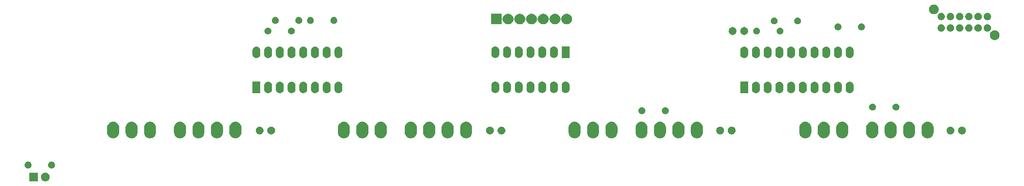
<source format=gbr>
G04 #@! TF.GenerationSoftware,KiCad,Pcbnew,(5.1.5)-3*
G04 #@! TF.CreationDate,2020-05-22T16:17:05-04:00*
G04 #@! TF.ProjectId,os_multitap,6f735f6d-756c-4746-9974-61702e6b6963,rev?*
G04 #@! TF.SameCoordinates,Original*
G04 #@! TF.FileFunction,Soldermask,Bot*
G04 #@! TF.FilePolarity,Negative*
%FSLAX46Y46*%
G04 Gerber Fmt 4.6, Leading zero omitted, Abs format (unit mm)*
G04 Created by KiCad (PCBNEW (5.1.5)-3) date 2020-05-22 16:17:05*
%MOMM*%
%LPD*%
G04 APERTURE LIST*
%ADD10C,0.100000*%
G04 APERTURE END LIST*
D10*
G36*
X53517395Y-124875546D02*
G01*
X53690466Y-124947234D01*
X53690467Y-124947235D01*
X53846227Y-125051310D01*
X53978690Y-125183773D01*
X53978691Y-125183775D01*
X54082766Y-125339534D01*
X54154454Y-125512605D01*
X54191000Y-125696333D01*
X54191000Y-125883667D01*
X54154454Y-126067395D01*
X54082766Y-126240466D01*
X54082765Y-126240467D01*
X53978690Y-126396227D01*
X53846227Y-126528690D01*
X53767818Y-126581081D01*
X53690466Y-126632766D01*
X53517395Y-126704454D01*
X53333667Y-126741000D01*
X53146333Y-126741000D01*
X52962605Y-126704454D01*
X52789534Y-126632766D01*
X52712182Y-126581081D01*
X52633773Y-126528690D01*
X52501310Y-126396227D01*
X52397235Y-126240467D01*
X52397234Y-126240466D01*
X52325546Y-126067395D01*
X52289000Y-125883667D01*
X52289000Y-125696333D01*
X52325546Y-125512605D01*
X52397234Y-125339534D01*
X52501309Y-125183775D01*
X52501310Y-125183773D01*
X52633773Y-125051310D01*
X52789533Y-124947235D01*
X52789534Y-124947234D01*
X52962605Y-124875546D01*
X53146333Y-124839000D01*
X53333667Y-124839000D01*
X53517395Y-124875546D01*
G37*
G36*
X51651000Y-126741000D02*
G01*
X49749000Y-126741000D01*
X49749000Y-124839000D01*
X51651000Y-124839000D01*
X51651000Y-126741000D01*
G37*
G36*
X49739059Y-122477860D02*
G01*
X49875732Y-122534472D01*
X49998735Y-122616660D01*
X50103340Y-122721265D01*
X50185528Y-122844268D01*
X50242140Y-122980941D01*
X50271000Y-123126033D01*
X50271000Y-123273967D01*
X50242140Y-123419059D01*
X50185528Y-123555732D01*
X50103340Y-123678735D01*
X49998735Y-123783340D01*
X49875732Y-123865528D01*
X49875731Y-123865529D01*
X49875730Y-123865529D01*
X49739059Y-123922140D01*
X49593968Y-123951000D01*
X49446032Y-123951000D01*
X49300941Y-123922140D01*
X49164270Y-123865529D01*
X49164269Y-123865529D01*
X49164268Y-123865528D01*
X49041265Y-123783340D01*
X48936660Y-123678735D01*
X48854472Y-123555732D01*
X48797860Y-123419059D01*
X48769000Y-123273967D01*
X48769000Y-123126033D01*
X48797860Y-122980941D01*
X48854472Y-122844268D01*
X48936660Y-122721265D01*
X49041265Y-122616660D01*
X49164268Y-122534472D01*
X49300941Y-122477860D01*
X49446032Y-122449000D01*
X49593968Y-122449000D01*
X49739059Y-122477860D01*
G37*
G36*
X54819059Y-122477860D02*
G01*
X54955732Y-122534472D01*
X55078735Y-122616660D01*
X55183340Y-122721265D01*
X55265528Y-122844268D01*
X55322140Y-122980941D01*
X55351000Y-123126033D01*
X55351000Y-123273967D01*
X55322140Y-123419059D01*
X55265528Y-123555732D01*
X55183340Y-123678735D01*
X55078735Y-123783340D01*
X54955732Y-123865528D01*
X54955731Y-123865529D01*
X54955730Y-123865529D01*
X54819059Y-123922140D01*
X54673968Y-123951000D01*
X54526032Y-123951000D01*
X54380941Y-123922140D01*
X54244270Y-123865529D01*
X54244269Y-123865529D01*
X54244268Y-123865528D01*
X54121265Y-123783340D01*
X54016660Y-123678735D01*
X53934472Y-123555732D01*
X53877860Y-123419059D01*
X53849000Y-123273967D01*
X53849000Y-123126033D01*
X53877860Y-122980941D01*
X53934472Y-122844268D01*
X54016660Y-122721265D01*
X54121265Y-122616660D01*
X54244268Y-122534472D01*
X54380941Y-122477860D01*
X54526032Y-122449000D01*
X54673968Y-122449000D01*
X54819059Y-122477860D01*
G37*
G36*
X90705040Y-113807826D02*
G01*
X90950280Y-113882219D01*
X91176294Y-114003026D01*
X91227899Y-114045377D01*
X91374397Y-114165604D01*
X91494624Y-114312102D01*
X91536975Y-114363707D01*
X91657782Y-114589721D01*
X91732175Y-114834961D01*
X91751000Y-115026096D01*
X91751000Y-116153906D01*
X91732175Y-116345041D01*
X91657782Y-116590281D01*
X91536975Y-116816295D01*
X91374396Y-117014397D01*
X91176293Y-117176976D01*
X90950279Y-117297783D01*
X90705039Y-117372176D01*
X90450000Y-117397295D01*
X90194960Y-117372176D01*
X89949720Y-117297783D01*
X89949718Y-117297782D01*
X89723707Y-117176977D01*
X89525604Y-117014397D01*
X89363026Y-116816295D01*
X89363025Y-116816294D01*
X89242218Y-116590280D01*
X89167825Y-116345040D01*
X89149000Y-116153905D01*
X89149000Y-115026096D01*
X89167825Y-114834961D01*
X89242218Y-114589721D01*
X89242219Y-114589719D01*
X89363024Y-114363708D01*
X89525604Y-114165605D01*
X89636805Y-114074345D01*
X89723707Y-114003026D01*
X89949721Y-113882219D01*
X90194961Y-113807826D01*
X90450000Y-113782707D01*
X90705040Y-113807826D01*
G37*
G36*
X218205040Y-113807826D02*
G01*
X218450280Y-113882219D01*
X218676294Y-114003026D01*
X218727899Y-114045377D01*
X218874397Y-114165604D01*
X218994624Y-114312102D01*
X219036975Y-114363707D01*
X219157782Y-114589721D01*
X219232175Y-114834961D01*
X219251000Y-115026096D01*
X219251000Y-116153906D01*
X219232175Y-116345041D01*
X219157782Y-116590281D01*
X219036975Y-116816295D01*
X218874396Y-117014397D01*
X218676293Y-117176976D01*
X218450279Y-117297783D01*
X218205039Y-117372176D01*
X217950000Y-117397295D01*
X217694960Y-117372176D01*
X217449720Y-117297783D01*
X217449718Y-117297782D01*
X217223707Y-117176977D01*
X217025604Y-117014397D01*
X216863026Y-116816295D01*
X216863025Y-116816294D01*
X216742218Y-116590280D01*
X216667825Y-116345040D01*
X216649000Y-116153905D01*
X216649000Y-115026096D01*
X216667825Y-114834961D01*
X216742218Y-114589721D01*
X216742219Y-114589719D01*
X216863024Y-114363708D01*
X217025604Y-114165605D01*
X217136805Y-114074345D01*
X217223707Y-114003026D01*
X217449721Y-113882219D01*
X217694961Y-113807826D01*
X217950000Y-113782707D01*
X218205040Y-113807826D01*
G37*
G36*
X190705040Y-113807826D02*
G01*
X190950280Y-113882219D01*
X191176294Y-114003026D01*
X191227899Y-114045377D01*
X191374397Y-114165604D01*
X191494624Y-114312102D01*
X191536975Y-114363707D01*
X191657782Y-114589721D01*
X191732175Y-114834961D01*
X191751000Y-115026096D01*
X191751000Y-116153906D01*
X191732175Y-116345041D01*
X191657782Y-116590281D01*
X191536975Y-116816295D01*
X191374396Y-117014397D01*
X191176293Y-117176976D01*
X190950279Y-117297783D01*
X190705039Y-117372176D01*
X190450000Y-117397295D01*
X190194960Y-117372176D01*
X189949720Y-117297783D01*
X189949718Y-117297782D01*
X189723707Y-117176977D01*
X189525604Y-117014397D01*
X189363026Y-116816295D01*
X189363025Y-116816294D01*
X189242218Y-116590280D01*
X189167825Y-116345040D01*
X189149000Y-116153905D01*
X189149000Y-115026096D01*
X189167825Y-114834961D01*
X189242218Y-114589721D01*
X189242219Y-114589719D01*
X189363024Y-114363708D01*
X189525604Y-114165605D01*
X189636805Y-114074345D01*
X189723707Y-114003026D01*
X189949721Y-113882219D01*
X190194961Y-113807826D01*
X190450000Y-113782707D01*
X190705040Y-113807826D01*
G37*
G36*
X118205040Y-113807826D02*
G01*
X118450280Y-113882219D01*
X118676294Y-114003026D01*
X118727899Y-114045377D01*
X118874397Y-114165604D01*
X118994624Y-114312102D01*
X119036975Y-114363707D01*
X119157782Y-114589721D01*
X119232175Y-114834961D01*
X119251000Y-115026096D01*
X119251000Y-116153906D01*
X119232175Y-116345041D01*
X119157782Y-116590281D01*
X119036975Y-116816295D01*
X118874396Y-117014397D01*
X118676293Y-117176976D01*
X118450279Y-117297783D01*
X118205039Y-117372176D01*
X117950000Y-117397295D01*
X117694960Y-117372176D01*
X117449720Y-117297783D01*
X117449718Y-117297782D01*
X117223707Y-117176977D01*
X117025604Y-117014397D01*
X116863026Y-116816295D01*
X116863025Y-116816294D01*
X116742218Y-116590280D01*
X116667825Y-116345040D01*
X116649000Y-116153905D01*
X116649000Y-115026096D01*
X116667825Y-114834961D01*
X116742218Y-114589721D01*
X116742219Y-114589719D01*
X116863024Y-114363708D01*
X117025604Y-114165605D01*
X117136805Y-114074345D01*
X117223707Y-114003026D01*
X117449721Y-113882219D01*
X117694961Y-113807826D01*
X117950000Y-113782707D01*
X118205040Y-113807826D01*
G37*
G36*
X122205040Y-113807826D02*
G01*
X122450280Y-113882219D01*
X122676294Y-114003026D01*
X122727899Y-114045377D01*
X122874397Y-114165604D01*
X122994624Y-114312102D01*
X123036975Y-114363707D01*
X123157782Y-114589721D01*
X123232175Y-114834961D01*
X123251000Y-115026096D01*
X123251000Y-116153906D01*
X123232175Y-116345041D01*
X123157782Y-116590281D01*
X123036975Y-116816295D01*
X122874396Y-117014397D01*
X122676293Y-117176976D01*
X122450279Y-117297783D01*
X122205039Y-117372176D01*
X121950000Y-117397295D01*
X121694960Y-117372176D01*
X121449720Y-117297783D01*
X121449718Y-117297782D01*
X121223707Y-117176977D01*
X121025604Y-117014397D01*
X120863026Y-116816295D01*
X120863025Y-116816294D01*
X120742218Y-116590280D01*
X120667825Y-116345040D01*
X120649000Y-116153905D01*
X120649000Y-115026096D01*
X120667825Y-114834961D01*
X120742218Y-114589721D01*
X120742219Y-114589719D01*
X120863024Y-114363708D01*
X121025604Y-114165605D01*
X121136805Y-114074345D01*
X121223707Y-114003026D01*
X121449721Y-113882219D01*
X121694961Y-113807826D01*
X121950000Y-113782707D01*
X122205040Y-113807826D01*
G37*
G36*
X126205040Y-113807826D02*
G01*
X126450280Y-113882219D01*
X126676294Y-114003026D01*
X126727899Y-114045377D01*
X126874397Y-114165604D01*
X126994624Y-114312102D01*
X127036975Y-114363707D01*
X127157782Y-114589721D01*
X127232175Y-114834961D01*
X127251000Y-115026096D01*
X127251000Y-116153906D01*
X127232175Y-116345041D01*
X127157782Y-116590281D01*
X127036975Y-116816295D01*
X126874396Y-117014397D01*
X126676293Y-117176976D01*
X126450279Y-117297783D01*
X126205039Y-117372176D01*
X125950000Y-117397295D01*
X125694960Y-117372176D01*
X125449720Y-117297783D01*
X125449718Y-117297782D01*
X125223707Y-117176977D01*
X125025604Y-117014397D01*
X124863026Y-116816295D01*
X124863025Y-116816294D01*
X124742218Y-116590280D01*
X124667825Y-116345040D01*
X124649000Y-116153905D01*
X124649000Y-115026096D01*
X124667825Y-114834961D01*
X124742218Y-114589721D01*
X124742219Y-114589719D01*
X124863024Y-114363708D01*
X125025604Y-114165605D01*
X125136805Y-114074345D01*
X125223707Y-114003026D01*
X125449721Y-113882219D01*
X125694961Y-113807826D01*
X125950000Y-113782707D01*
X126205040Y-113807826D01*
G37*
G36*
X132705040Y-113807826D02*
G01*
X132950280Y-113882219D01*
X133176294Y-114003026D01*
X133227899Y-114045377D01*
X133374397Y-114165604D01*
X133494624Y-114312102D01*
X133536975Y-114363707D01*
X133657782Y-114589721D01*
X133732175Y-114834961D01*
X133751000Y-115026096D01*
X133751000Y-116153906D01*
X133732175Y-116345041D01*
X133657782Y-116590281D01*
X133536975Y-116816295D01*
X133374396Y-117014397D01*
X133176293Y-117176976D01*
X132950279Y-117297783D01*
X132705039Y-117372176D01*
X132450000Y-117397295D01*
X132194960Y-117372176D01*
X131949720Y-117297783D01*
X131949718Y-117297782D01*
X131723707Y-117176977D01*
X131525604Y-117014397D01*
X131363026Y-116816295D01*
X131363025Y-116816294D01*
X131242218Y-116590280D01*
X131167825Y-116345040D01*
X131149000Y-116153905D01*
X131149000Y-115026096D01*
X131167825Y-114834961D01*
X131242218Y-114589721D01*
X131242219Y-114589719D01*
X131363024Y-114363708D01*
X131525604Y-114165605D01*
X131636805Y-114074345D01*
X131723707Y-114003026D01*
X131949721Y-113882219D01*
X132194961Y-113807826D01*
X132450000Y-113782707D01*
X132705040Y-113807826D01*
G37*
G36*
X136705040Y-113807826D02*
G01*
X136950280Y-113882219D01*
X137176294Y-114003026D01*
X137227899Y-114045377D01*
X137374397Y-114165604D01*
X137494624Y-114312102D01*
X137536975Y-114363707D01*
X137657782Y-114589721D01*
X137732175Y-114834961D01*
X137751000Y-115026096D01*
X137751000Y-116153906D01*
X137732175Y-116345041D01*
X137657782Y-116590281D01*
X137536975Y-116816295D01*
X137374396Y-117014397D01*
X137176293Y-117176976D01*
X136950279Y-117297783D01*
X136705039Y-117372176D01*
X136450000Y-117397295D01*
X136194960Y-117372176D01*
X135949720Y-117297783D01*
X135949718Y-117297782D01*
X135723707Y-117176977D01*
X135525604Y-117014397D01*
X135363026Y-116816295D01*
X135363025Y-116816294D01*
X135242218Y-116590280D01*
X135167825Y-116345040D01*
X135149000Y-116153905D01*
X135149000Y-115026096D01*
X135167825Y-114834961D01*
X135242218Y-114589721D01*
X135242219Y-114589719D01*
X135363024Y-114363708D01*
X135525604Y-114165605D01*
X135636805Y-114074345D01*
X135723707Y-114003026D01*
X135949721Y-113882219D01*
X136194961Y-113807826D01*
X136450000Y-113782707D01*
X136705040Y-113807826D01*
G37*
G36*
X140705040Y-113807826D02*
G01*
X140950280Y-113882219D01*
X141176294Y-114003026D01*
X141227899Y-114045377D01*
X141374397Y-114165604D01*
X141494624Y-114312102D01*
X141536975Y-114363707D01*
X141657782Y-114589721D01*
X141732175Y-114834961D01*
X141751000Y-115026096D01*
X141751000Y-116153906D01*
X141732175Y-116345041D01*
X141657782Y-116590281D01*
X141536975Y-116816295D01*
X141374396Y-117014397D01*
X141176293Y-117176976D01*
X140950279Y-117297783D01*
X140705039Y-117372176D01*
X140450000Y-117397295D01*
X140194960Y-117372176D01*
X139949720Y-117297783D01*
X139949718Y-117297782D01*
X139723707Y-117176977D01*
X139525604Y-117014397D01*
X139363026Y-116816295D01*
X139363025Y-116816294D01*
X139242218Y-116590280D01*
X139167825Y-116345040D01*
X139149000Y-116153905D01*
X139149000Y-115026096D01*
X139167825Y-114834961D01*
X139242218Y-114589721D01*
X139242219Y-114589719D01*
X139363024Y-114363708D01*
X139525604Y-114165605D01*
X139636805Y-114074345D01*
X139723707Y-114003026D01*
X139949721Y-113882219D01*
X140194961Y-113807826D01*
X140450000Y-113782707D01*
X140705040Y-113807826D01*
G37*
G36*
X144705040Y-113807826D02*
G01*
X144950280Y-113882219D01*
X145176294Y-114003026D01*
X145227899Y-114045377D01*
X145374397Y-114165604D01*
X145494624Y-114312102D01*
X145536975Y-114363707D01*
X145657782Y-114589721D01*
X145732175Y-114834961D01*
X145751000Y-115026096D01*
X145751000Y-116153906D01*
X145732175Y-116345041D01*
X145657782Y-116590281D01*
X145536975Y-116816295D01*
X145374396Y-117014397D01*
X145176293Y-117176976D01*
X144950279Y-117297783D01*
X144705039Y-117372176D01*
X144450000Y-117397295D01*
X144194960Y-117372176D01*
X143949720Y-117297783D01*
X143949718Y-117297782D01*
X143723707Y-117176977D01*
X143525604Y-117014397D01*
X143363026Y-116816295D01*
X143363025Y-116816294D01*
X143242218Y-116590280D01*
X143167825Y-116345040D01*
X143149000Y-116153905D01*
X143149000Y-115026096D01*
X143167825Y-114834961D01*
X143242218Y-114589721D01*
X143242219Y-114589719D01*
X143363024Y-114363708D01*
X143525604Y-114165605D01*
X143636805Y-114074345D01*
X143723707Y-114003026D01*
X143949721Y-113882219D01*
X144194961Y-113807826D01*
X144450000Y-113782707D01*
X144705040Y-113807826D01*
G37*
G36*
X186705040Y-113807826D02*
G01*
X186950280Y-113882219D01*
X187176294Y-114003026D01*
X187227899Y-114045377D01*
X187374397Y-114165604D01*
X187494624Y-114312102D01*
X187536975Y-114363707D01*
X187657782Y-114589721D01*
X187732175Y-114834961D01*
X187751000Y-115026096D01*
X187751000Y-116153906D01*
X187732175Y-116345041D01*
X187657782Y-116590281D01*
X187536975Y-116816295D01*
X187374396Y-117014397D01*
X187176293Y-117176976D01*
X186950279Y-117297783D01*
X186705039Y-117372176D01*
X186450000Y-117397295D01*
X186194960Y-117372176D01*
X185949720Y-117297783D01*
X185949718Y-117297782D01*
X185723707Y-117176977D01*
X185525604Y-117014397D01*
X185363026Y-116816295D01*
X185363025Y-116816294D01*
X185242218Y-116590280D01*
X185167825Y-116345040D01*
X185149000Y-116153905D01*
X185149000Y-115026096D01*
X185167825Y-114834961D01*
X185242218Y-114589721D01*
X185242219Y-114589719D01*
X185363024Y-114363708D01*
X185525604Y-114165605D01*
X185636805Y-114074345D01*
X185723707Y-114003026D01*
X185949721Y-113882219D01*
X186194961Y-113807826D01*
X186450000Y-113782707D01*
X186705040Y-113807826D01*
G37*
G36*
X182705040Y-113807826D02*
G01*
X182950280Y-113882219D01*
X183176294Y-114003026D01*
X183227899Y-114045377D01*
X183374397Y-114165604D01*
X183494624Y-114312102D01*
X183536975Y-114363707D01*
X183657782Y-114589721D01*
X183732175Y-114834961D01*
X183751000Y-115026096D01*
X183751000Y-116153906D01*
X183732175Y-116345041D01*
X183657782Y-116590281D01*
X183536975Y-116816295D01*
X183374396Y-117014397D01*
X183176293Y-117176976D01*
X182950279Y-117297783D01*
X182705039Y-117372176D01*
X182450000Y-117397295D01*
X182194960Y-117372176D01*
X181949720Y-117297783D01*
X181949718Y-117297782D01*
X181723707Y-117176977D01*
X181525604Y-117014397D01*
X181363026Y-116816295D01*
X181363025Y-116816294D01*
X181242218Y-116590280D01*
X181167825Y-116345040D01*
X181149000Y-116153905D01*
X181149000Y-115026096D01*
X181167825Y-114834961D01*
X181242218Y-114589721D01*
X181242219Y-114589719D01*
X181363024Y-114363708D01*
X181525604Y-114165605D01*
X181636805Y-114074345D01*
X181723707Y-114003026D01*
X181949721Y-113882219D01*
X182194961Y-113807826D01*
X182450000Y-113782707D01*
X182705040Y-113807826D01*
G37*
G36*
X176205040Y-113807826D02*
G01*
X176450280Y-113882219D01*
X176676294Y-114003026D01*
X176727899Y-114045377D01*
X176874397Y-114165604D01*
X176994624Y-114312102D01*
X177036975Y-114363707D01*
X177157782Y-114589721D01*
X177232175Y-114834961D01*
X177251000Y-115026096D01*
X177251000Y-116153906D01*
X177232175Y-116345041D01*
X177157782Y-116590281D01*
X177036975Y-116816295D01*
X176874396Y-117014397D01*
X176676293Y-117176976D01*
X176450279Y-117297783D01*
X176205039Y-117372176D01*
X175950000Y-117397295D01*
X175694960Y-117372176D01*
X175449720Y-117297783D01*
X175449718Y-117297782D01*
X175223707Y-117176977D01*
X175025604Y-117014397D01*
X174863026Y-116816295D01*
X174863025Y-116816294D01*
X174742218Y-116590280D01*
X174667825Y-116345040D01*
X174649000Y-116153905D01*
X174649000Y-115026096D01*
X174667825Y-114834961D01*
X174742218Y-114589721D01*
X174742219Y-114589719D01*
X174863024Y-114363708D01*
X175025604Y-114165605D01*
X175136805Y-114074345D01*
X175223707Y-114003026D01*
X175449721Y-113882219D01*
X175694961Y-113807826D01*
X175950000Y-113782707D01*
X176205040Y-113807826D01*
G37*
G36*
X172205040Y-113807826D02*
G01*
X172450280Y-113882219D01*
X172676294Y-114003026D01*
X172727899Y-114045377D01*
X172874397Y-114165604D01*
X172994624Y-114312102D01*
X173036975Y-114363707D01*
X173157782Y-114589721D01*
X173232175Y-114834961D01*
X173251000Y-115026096D01*
X173251000Y-116153906D01*
X173232175Y-116345041D01*
X173157782Y-116590281D01*
X173036975Y-116816295D01*
X172874396Y-117014397D01*
X172676293Y-117176976D01*
X172450279Y-117297783D01*
X172205039Y-117372176D01*
X171950000Y-117397295D01*
X171694960Y-117372176D01*
X171449720Y-117297783D01*
X171449718Y-117297782D01*
X171223707Y-117176977D01*
X171025604Y-117014397D01*
X170863026Y-116816295D01*
X170863025Y-116816294D01*
X170742218Y-116590280D01*
X170667825Y-116345040D01*
X170649000Y-116153905D01*
X170649000Y-115026096D01*
X170667825Y-114834961D01*
X170742218Y-114589721D01*
X170742219Y-114589719D01*
X170863024Y-114363708D01*
X171025604Y-114165605D01*
X171136805Y-114074345D01*
X171223707Y-114003026D01*
X171449721Y-113882219D01*
X171694961Y-113807826D01*
X171950000Y-113782707D01*
X172205040Y-113807826D01*
G37*
G36*
X168205040Y-113807826D02*
G01*
X168450280Y-113882219D01*
X168676294Y-114003026D01*
X168727899Y-114045377D01*
X168874397Y-114165604D01*
X168994624Y-114312102D01*
X169036975Y-114363707D01*
X169157782Y-114589721D01*
X169232175Y-114834961D01*
X169251000Y-115026096D01*
X169251000Y-116153906D01*
X169232175Y-116345041D01*
X169157782Y-116590281D01*
X169036975Y-116816295D01*
X168874396Y-117014397D01*
X168676293Y-117176976D01*
X168450279Y-117297783D01*
X168205039Y-117372176D01*
X167950000Y-117397295D01*
X167694960Y-117372176D01*
X167449720Y-117297783D01*
X167449718Y-117297782D01*
X167223707Y-117176977D01*
X167025604Y-117014397D01*
X166863026Y-116816295D01*
X166863025Y-116816294D01*
X166742218Y-116590280D01*
X166667825Y-116345040D01*
X166649000Y-116153905D01*
X166649000Y-115026096D01*
X166667825Y-114834961D01*
X166742218Y-114589721D01*
X166742219Y-114589719D01*
X166863024Y-114363708D01*
X167025604Y-114165605D01*
X167136805Y-114074345D01*
X167223707Y-114003026D01*
X167449721Y-113882219D01*
X167694961Y-113807826D01*
X167950000Y-113782707D01*
X168205040Y-113807826D01*
G37*
G36*
X240705040Y-113807826D02*
G01*
X240950280Y-113882219D01*
X241176294Y-114003026D01*
X241227899Y-114045377D01*
X241374397Y-114165604D01*
X241494624Y-114312102D01*
X241536975Y-114363707D01*
X241657782Y-114589721D01*
X241732175Y-114834961D01*
X241751000Y-115026096D01*
X241751000Y-116153906D01*
X241732175Y-116345041D01*
X241657782Y-116590281D01*
X241536975Y-116816295D01*
X241374396Y-117014397D01*
X241176293Y-117176976D01*
X240950279Y-117297783D01*
X240705039Y-117372176D01*
X240450000Y-117397295D01*
X240194960Y-117372176D01*
X239949720Y-117297783D01*
X239949718Y-117297782D01*
X239723707Y-117176977D01*
X239525604Y-117014397D01*
X239363026Y-116816295D01*
X239363025Y-116816294D01*
X239242218Y-116590280D01*
X239167825Y-116345040D01*
X239149000Y-116153905D01*
X239149000Y-115026096D01*
X239167825Y-114834961D01*
X239242218Y-114589721D01*
X239242219Y-114589719D01*
X239363024Y-114363708D01*
X239525604Y-114165605D01*
X239636805Y-114074345D01*
X239723707Y-114003026D01*
X239949721Y-113882219D01*
X240194961Y-113807826D01*
X240450000Y-113782707D01*
X240705040Y-113807826D01*
G37*
G36*
X222205040Y-113807826D02*
G01*
X222450280Y-113882219D01*
X222676294Y-114003026D01*
X222727899Y-114045377D01*
X222874397Y-114165604D01*
X222994624Y-114312102D01*
X223036975Y-114363707D01*
X223157782Y-114589721D01*
X223232175Y-114834961D01*
X223251000Y-115026096D01*
X223251000Y-116153906D01*
X223232175Y-116345041D01*
X223157782Y-116590281D01*
X223036975Y-116816295D01*
X222874396Y-117014397D01*
X222676293Y-117176976D01*
X222450279Y-117297783D01*
X222205039Y-117372176D01*
X221950000Y-117397295D01*
X221694960Y-117372176D01*
X221449720Y-117297783D01*
X221449718Y-117297782D01*
X221223707Y-117176977D01*
X221025604Y-117014397D01*
X220863026Y-116816295D01*
X220863025Y-116816294D01*
X220742218Y-116590280D01*
X220667825Y-116345040D01*
X220649000Y-116153905D01*
X220649000Y-115026096D01*
X220667825Y-114834961D01*
X220742218Y-114589721D01*
X220742219Y-114589719D01*
X220863024Y-114363708D01*
X221025604Y-114165605D01*
X221136805Y-114074345D01*
X221223707Y-114003026D01*
X221449721Y-113882219D01*
X221694961Y-113807826D01*
X221950000Y-113782707D01*
X222205040Y-113807826D01*
G37*
G36*
X226205040Y-113807826D02*
G01*
X226450280Y-113882219D01*
X226676294Y-114003026D01*
X226727899Y-114045377D01*
X226874397Y-114165604D01*
X226994624Y-114312102D01*
X227036975Y-114363707D01*
X227157782Y-114589721D01*
X227232175Y-114834961D01*
X227251000Y-115026096D01*
X227251000Y-116153906D01*
X227232175Y-116345041D01*
X227157782Y-116590281D01*
X227036975Y-116816295D01*
X226874396Y-117014397D01*
X226676293Y-117176976D01*
X226450279Y-117297783D01*
X226205039Y-117372176D01*
X225950000Y-117397295D01*
X225694960Y-117372176D01*
X225449720Y-117297783D01*
X225449718Y-117297782D01*
X225223707Y-117176977D01*
X225025604Y-117014397D01*
X224863026Y-116816295D01*
X224863025Y-116816294D01*
X224742218Y-116590280D01*
X224667825Y-116345040D01*
X224649000Y-116153905D01*
X224649000Y-115026096D01*
X224667825Y-114834961D01*
X224742218Y-114589721D01*
X224742219Y-114589719D01*
X224863024Y-114363708D01*
X225025604Y-114165605D01*
X225136805Y-114074345D01*
X225223707Y-114003026D01*
X225449721Y-113882219D01*
X225694961Y-113807826D01*
X225950000Y-113782707D01*
X226205040Y-113807826D01*
G37*
G36*
X232705040Y-113807826D02*
G01*
X232950280Y-113882219D01*
X233176294Y-114003026D01*
X233227899Y-114045377D01*
X233374397Y-114165604D01*
X233494624Y-114312102D01*
X233536975Y-114363707D01*
X233657782Y-114589721D01*
X233732175Y-114834961D01*
X233751000Y-115026096D01*
X233751000Y-116153906D01*
X233732175Y-116345041D01*
X233657782Y-116590281D01*
X233536975Y-116816295D01*
X233374396Y-117014397D01*
X233176293Y-117176976D01*
X232950279Y-117297783D01*
X232705039Y-117372176D01*
X232450000Y-117397295D01*
X232194960Y-117372176D01*
X231949720Y-117297783D01*
X231949718Y-117297782D01*
X231723707Y-117176977D01*
X231525604Y-117014397D01*
X231363026Y-116816295D01*
X231363025Y-116816294D01*
X231242218Y-116590280D01*
X231167825Y-116345040D01*
X231149000Y-116153905D01*
X231149000Y-115026096D01*
X231167825Y-114834961D01*
X231242218Y-114589721D01*
X231242219Y-114589719D01*
X231363024Y-114363708D01*
X231525604Y-114165605D01*
X231636805Y-114074345D01*
X231723707Y-114003026D01*
X231949721Y-113882219D01*
X232194961Y-113807826D01*
X232450000Y-113782707D01*
X232705040Y-113807826D01*
G37*
G36*
X236705040Y-113807826D02*
G01*
X236950280Y-113882219D01*
X237176294Y-114003026D01*
X237227899Y-114045377D01*
X237374397Y-114165604D01*
X237494624Y-114312102D01*
X237536975Y-114363707D01*
X237657782Y-114589721D01*
X237732175Y-114834961D01*
X237751000Y-115026096D01*
X237751000Y-116153906D01*
X237732175Y-116345041D01*
X237657782Y-116590281D01*
X237536975Y-116816295D01*
X237374396Y-117014397D01*
X237176293Y-117176976D01*
X236950279Y-117297783D01*
X236705039Y-117372176D01*
X236450000Y-117397295D01*
X236194960Y-117372176D01*
X235949720Y-117297783D01*
X235949718Y-117297782D01*
X235723707Y-117176977D01*
X235525604Y-117014397D01*
X235363026Y-116816295D01*
X235363025Y-116816294D01*
X235242218Y-116590280D01*
X235167825Y-116345040D01*
X235149000Y-116153905D01*
X235149000Y-115026096D01*
X235167825Y-114834961D01*
X235242218Y-114589721D01*
X235242219Y-114589719D01*
X235363024Y-114363708D01*
X235525604Y-114165605D01*
X235636805Y-114074345D01*
X235723707Y-114003026D01*
X235949721Y-113882219D01*
X236194961Y-113807826D01*
X236450000Y-113782707D01*
X236705040Y-113807826D01*
G37*
G36*
X194705040Y-113807826D02*
G01*
X194950280Y-113882219D01*
X195176294Y-114003026D01*
X195227899Y-114045377D01*
X195374397Y-114165604D01*
X195494624Y-114312102D01*
X195536975Y-114363707D01*
X195657782Y-114589721D01*
X195732175Y-114834961D01*
X195751000Y-115026096D01*
X195751000Y-116153906D01*
X195732175Y-116345041D01*
X195657782Y-116590281D01*
X195536975Y-116816295D01*
X195374396Y-117014397D01*
X195176293Y-117176976D01*
X194950279Y-117297783D01*
X194705039Y-117372176D01*
X194450000Y-117397295D01*
X194194960Y-117372176D01*
X193949720Y-117297783D01*
X193949718Y-117297782D01*
X193723707Y-117176977D01*
X193525604Y-117014397D01*
X193363026Y-116816295D01*
X193363025Y-116816294D01*
X193242218Y-116590280D01*
X193167825Y-116345040D01*
X193149000Y-116153905D01*
X193149000Y-115026096D01*
X193167825Y-114834961D01*
X193242218Y-114589721D01*
X193242219Y-114589719D01*
X193363024Y-114363708D01*
X193525604Y-114165605D01*
X193636805Y-114074345D01*
X193723707Y-114003026D01*
X193949721Y-113882219D01*
X194194961Y-113807826D01*
X194450000Y-113782707D01*
X194705040Y-113807826D01*
G37*
G36*
X244705040Y-113807826D02*
G01*
X244950280Y-113882219D01*
X245176294Y-114003026D01*
X245227899Y-114045377D01*
X245374397Y-114165604D01*
X245494624Y-114312102D01*
X245536975Y-114363707D01*
X245657782Y-114589721D01*
X245732175Y-114834961D01*
X245751000Y-115026096D01*
X245751000Y-116153906D01*
X245732175Y-116345041D01*
X245657782Y-116590281D01*
X245536975Y-116816295D01*
X245374396Y-117014397D01*
X245176293Y-117176976D01*
X244950279Y-117297783D01*
X244705039Y-117372176D01*
X244450000Y-117397295D01*
X244194960Y-117372176D01*
X243949720Y-117297783D01*
X243949718Y-117297782D01*
X243723707Y-117176977D01*
X243525604Y-117014397D01*
X243363026Y-116816295D01*
X243363025Y-116816294D01*
X243242218Y-116590280D01*
X243167825Y-116345040D01*
X243149000Y-116153905D01*
X243149000Y-115026096D01*
X243167825Y-114834961D01*
X243242218Y-114589721D01*
X243242219Y-114589719D01*
X243363024Y-114363708D01*
X243525604Y-114165605D01*
X243636805Y-114074345D01*
X243723707Y-114003026D01*
X243949721Y-113882219D01*
X244194961Y-113807826D01*
X244450000Y-113782707D01*
X244705040Y-113807826D01*
G37*
G36*
X68205040Y-113807826D02*
G01*
X68450280Y-113882219D01*
X68676294Y-114003026D01*
X68727899Y-114045377D01*
X68874397Y-114165604D01*
X68994624Y-114312102D01*
X69036975Y-114363707D01*
X69157782Y-114589721D01*
X69232175Y-114834961D01*
X69251000Y-115026096D01*
X69251000Y-116153906D01*
X69232175Y-116345041D01*
X69157782Y-116590281D01*
X69036975Y-116816295D01*
X68874396Y-117014397D01*
X68676293Y-117176976D01*
X68450279Y-117297783D01*
X68205039Y-117372176D01*
X67950000Y-117397295D01*
X67694960Y-117372176D01*
X67449720Y-117297783D01*
X67449718Y-117297782D01*
X67223707Y-117176977D01*
X67025604Y-117014397D01*
X66863026Y-116816295D01*
X66863025Y-116816294D01*
X66742218Y-116590280D01*
X66667825Y-116345040D01*
X66649000Y-116153905D01*
X66649000Y-115026096D01*
X66667825Y-114834961D01*
X66742218Y-114589721D01*
X66742219Y-114589719D01*
X66863024Y-114363708D01*
X67025604Y-114165605D01*
X67136805Y-114074345D01*
X67223707Y-114003026D01*
X67449721Y-113882219D01*
X67694961Y-113807826D01*
X67950000Y-113782707D01*
X68205040Y-113807826D01*
G37*
G36*
X72205040Y-113807826D02*
G01*
X72450280Y-113882219D01*
X72676294Y-114003026D01*
X72727899Y-114045377D01*
X72874397Y-114165604D01*
X72994624Y-114312102D01*
X73036975Y-114363707D01*
X73157782Y-114589721D01*
X73232175Y-114834961D01*
X73251000Y-115026096D01*
X73251000Y-116153906D01*
X73232175Y-116345041D01*
X73157782Y-116590281D01*
X73036975Y-116816295D01*
X72874396Y-117014397D01*
X72676293Y-117176976D01*
X72450279Y-117297783D01*
X72205039Y-117372176D01*
X71950000Y-117397295D01*
X71694960Y-117372176D01*
X71449720Y-117297783D01*
X71449718Y-117297782D01*
X71223707Y-117176977D01*
X71025604Y-117014397D01*
X70863026Y-116816295D01*
X70863025Y-116816294D01*
X70742218Y-116590280D01*
X70667825Y-116345040D01*
X70649000Y-116153905D01*
X70649000Y-115026096D01*
X70667825Y-114834961D01*
X70742218Y-114589721D01*
X70742219Y-114589719D01*
X70863024Y-114363708D01*
X71025604Y-114165605D01*
X71136805Y-114074345D01*
X71223707Y-114003026D01*
X71449721Y-113882219D01*
X71694961Y-113807826D01*
X71950000Y-113782707D01*
X72205040Y-113807826D01*
G37*
G36*
X76205040Y-113807826D02*
G01*
X76450280Y-113882219D01*
X76676294Y-114003026D01*
X76727899Y-114045377D01*
X76874397Y-114165604D01*
X76994624Y-114312102D01*
X77036975Y-114363707D01*
X77157782Y-114589721D01*
X77232175Y-114834961D01*
X77251000Y-115026096D01*
X77251000Y-116153906D01*
X77232175Y-116345041D01*
X77157782Y-116590281D01*
X77036975Y-116816295D01*
X76874396Y-117014397D01*
X76676293Y-117176976D01*
X76450279Y-117297783D01*
X76205039Y-117372176D01*
X75950000Y-117397295D01*
X75694960Y-117372176D01*
X75449720Y-117297783D01*
X75449718Y-117297782D01*
X75223707Y-117176977D01*
X75025604Y-117014397D01*
X74863026Y-116816295D01*
X74863025Y-116816294D01*
X74742218Y-116590280D01*
X74667825Y-116345040D01*
X74649000Y-116153905D01*
X74649000Y-115026096D01*
X74667825Y-114834961D01*
X74742218Y-114589721D01*
X74742219Y-114589719D01*
X74863024Y-114363708D01*
X75025604Y-114165605D01*
X75136805Y-114074345D01*
X75223707Y-114003026D01*
X75449721Y-113882219D01*
X75694961Y-113807826D01*
X75950000Y-113782707D01*
X76205040Y-113807826D01*
G37*
G36*
X82705040Y-113807826D02*
G01*
X82950280Y-113882219D01*
X83176294Y-114003026D01*
X83227899Y-114045377D01*
X83374397Y-114165604D01*
X83494624Y-114312102D01*
X83536975Y-114363707D01*
X83657782Y-114589721D01*
X83732175Y-114834961D01*
X83751000Y-115026096D01*
X83751000Y-116153906D01*
X83732175Y-116345041D01*
X83657782Y-116590281D01*
X83536975Y-116816295D01*
X83374396Y-117014397D01*
X83176293Y-117176976D01*
X82950279Y-117297783D01*
X82705039Y-117372176D01*
X82450000Y-117397295D01*
X82194960Y-117372176D01*
X81949720Y-117297783D01*
X81949718Y-117297782D01*
X81723707Y-117176977D01*
X81525604Y-117014397D01*
X81363026Y-116816295D01*
X81363025Y-116816294D01*
X81242218Y-116590280D01*
X81167825Y-116345040D01*
X81149000Y-116153905D01*
X81149000Y-115026096D01*
X81167825Y-114834961D01*
X81242218Y-114589721D01*
X81242219Y-114589719D01*
X81363024Y-114363708D01*
X81525604Y-114165605D01*
X81636805Y-114074345D01*
X81723707Y-114003026D01*
X81949721Y-113882219D01*
X82194961Y-113807826D01*
X82450000Y-113782707D01*
X82705040Y-113807826D01*
G37*
G36*
X86705040Y-113807826D02*
G01*
X86950280Y-113882219D01*
X87176294Y-114003026D01*
X87227899Y-114045377D01*
X87374397Y-114165604D01*
X87494624Y-114312102D01*
X87536975Y-114363707D01*
X87657782Y-114589721D01*
X87732175Y-114834961D01*
X87751000Y-115026096D01*
X87751000Y-116153906D01*
X87732175Y-116345041D01*
X87657782Y-116590281D01*
X87536975Y-116816295D01*
X87374396Y-117014397D01*
X87176293Y-117176976D01*
X86950279Y-117297783D01*
X86705039Y-117372176D01*
X86450000Y-117397295D01*
X86194960Y-117372176D01*
X85949720Y-117297783D01*
X85949718Y-117297782D01*
X85723707Y-117176977D01*
X85525604Y-117014397D01*
X85363026Y-116816295D01*
X85363025Y-116816294D01*
X85242218Y-116590280D01*
X85167825Y-116345040D01*
X85149000Y-116153905D01*
X85149000Y-115026096D01*
X85167825Y-114834961D01*
X85242218Y-114589721D01*
X85242219Y-114589719D01*
X85363024Y-114363708D01*
X85525604Y-114165605D01*
X85636805Y-114074345D01*
X85723707Y-114003026D01*
X85949721Y-113882219D01*
X86194961Y-113807826D01*
X86450000Y-113782707D01*
X86705040Y-113807826D01*
G37*
G36*
X94705040Y-113807826D02*
G01*
X94950280Y-113882219D01*
X95176294Y-114003026D01*
X95227899Y-114045377D01*
X95374397Y-114165604D01*
X95494624Y-114312102D01*
X95536975Y-114363707D01*
X95657782Y-114589721D01*
X95732175Y-114834961D01*
X95751000Y-115026096D01*
X95751000Y-116153906D01*
X95732175Y-116345041D01*
X95657782Y-116590281D01*
X95536975Y-116816295D01*
X95374396Y-117014397D01*
X95176293Y-117176976D01*
X94950279Y-117297783D01*
X94705039Y-117372176D01*
X94450000Y-117397295D01*
X94194960Y-117372176D01*
X93949720Y-117297783D01*
X93949718Y-117297782D01*
X93723707Y-117176977D01*
X93525604Y-117014397D01*
X93363026Y-116816295D01*
X93363025Y-116816294D01*
X93242218Y-116590280D01*
X93167825Y-116345040D01*
X93149000Y-116153905D01*
X93149000Y-115026096D01*
X93167825Y-114834961D01*
X93242218Y-114589721D01*
X93242219Y-114589719D01*
X93363024Y-114363708D01*
X93525604Y-114165605D01*
X93636805Y-114074345D01*
X93723707Y-114003026D01*
X93949721Y-113882219D01*
X94194961Y-113807826D01*
X94450000Y-113782707D01*
X94705040Y-113807826D01*
G37*
G36*
X202248228Y-114881703D02*
G01*
X202403100Y-114945853D01*
X202542481Y-115038985D01*
X202661015Y-115157519D01*
X202754147Y-115296900D01*
X202818297Y-115451772D01*
X202851000Y-115616184D01*
X202851000Y-115783816D01*
X202818297Y-115948228D01*
X202754147Y-116103100D01*
X202661015Y-116242481D01*
X202542481Y-116361015D01*
X202403100Y-116454147D01*
X202248228Y-116518297D01*
X202083816Y-116551000D01*
X201916184Y-116551000D01*
X201751772Y-116518297D01*
X201596900Y-116454147D01*
X201457519Y-116361015D01*
X201338985Y-116242481D01*
X201245853Y-116103100D01*
X201181703Y-115948228D01*
X201149000Y-115783816D01*
X201149000Y-115616184D01*
X201181703Y-115451772D01*
X201245853Y-115296900D01*
X201338985Y-115157519D01*
X201457519Y-115038985D01*
X201596900Y-114945853D01*
X201751772Y-114881703D01*
X201916184Y-114849000D01*
X202083816Y-114849000D01*
X202248228Y-114881703D01*
G37*
G36*
X149848228Y-114881703D02*
G01*
X150003100Y-114945853D01*
X150142481Y-115038985D01*
X150261015Y-115157519D01*
X150354147Y-115296900D01*
X150418297Y-115451772D01*
X150451000Y-115616184D01*
X150451000Y-115783816D01*
X150418297Y-115948228D01*
X150354147Y-116103100D01*
X150261015Y-116242481D01*
X150142481Y-116361015D01*
X150003100Y-116454147D01*
X149848228Y-116518297D01*
X149683816Y-116551000D01*
X149516184Y-116551000D01*
X149351772Y-116518297D01*
X149196900Y-116454147D01*
X149057519Y-116361015D01*
X148938985Y-116242481D01*
X148845853Y-116103100D01*
X148781703Y-115948228D01*
X148749000Y-115783816D01*
X148749000Y-115616184D01*
X148781703Y-115451772D01*
X148845853Y-115296900D01*
X148938985Y-115157519D01*
X149057519Y-115038985D01*
X149196900Y-114945853D01*
X149351772Y-114881703D01*
X149516184Y-114849000D01*
X149683816Y-114849000D01*
X149848228Y-114881703D01*
G37*
G36*
X252148228Y-114881703D02*
G01*
X252303100Y-114945853D01*
X252442481Y-115038985D01*
X252561015Y-115157519D01*
X252654147Y-115296900D01*
X252718297Y-115451772D01*
X252751000Y-115616184D01*
X252751000Y-115783816D01*
X252718297Y-115948228D01*
X252654147Y-116103100D01*
X252561015Y-116242481D01*
X252442481Y-116361015D01*
X252303100Y-116454147D01*
X252148228Y-116518297D01*
X251983816Y-116551000D01*
X251816184Y-116551000D01*
X251651772Y-116518297D01*
X251496900Y-116454147D01*
X251357519Y-116361015D01*
X251238985Y-116242481D01*
X251145853Y-116103100D01*
X251081703Y-115948228D01*
X251049000Y-115783816D01*
X251049000Y-115616184D01*
X251081703Y-115451772D01*
X251145853Y-115296900D01*
X251238985Y-115157519D01*
X251357519Y-115038985D01*
X251496900Y-114945853D01*
X251651772Y-114881703D01*
X251816184Y-114849000D01*
X251983816Y-114849000D01*
X252148228Y-114881703D01*
G37*
G36*
X249648228Y-114881703D02*
G01*
X249803100Y-114945853D01*
X249942481Y-115038985D01*
X250061015Y-115157519D01*
X250154147Y-115296900D01*
X250218297Y-115451772D01*
X250251000Y-115616184D01*
X250251000Y-115783816D01*
X250218297Y-115948228D01*
X250154147Y-116103100D01*
X250061015Y-116242481D01*
X249942481Y-116361015D01*
X249803100Y-116454147D01*
X249648228Y-116518297D01*
X249483816Y-116551000D01*
X249316184Y-116551000D01*
X249151772Y-116518297D01*
X248996900Y-116454147D01*
X248857519Y-116361015D01*
X248738985Y-116242481D01*
X248645853Y-116103100D01*
X248581703Y-115948228D01*
X248549000Y-115783816D01*
X248549000Y-115616184D01*
X248581703Y-115451772D01*
X248645853Y-115296900D01*
X248738985Y-115157519D01*
X248857519Y-115038985D01*
X248996900Y-114945853D01*
X249151772Y-114881703D01*
X249316184Y-114849000D01*
X249483816Y-114849000D01*
X249648228Y-114881703D01*
G37*
G36*
X99948228Y-114881703D02*
G01*
X100103100Y-114945853D01*
X100242481Y-115038985D01*
X100361015Y-115157519D01*
X100454147Y-115296900D01*
X100518297Y-115451772D01*
X100551000Y-115616184D01*
X100551000Y-115783816D01*
X100518297Y-115948228D01*
X100454147Y-116103100D01*
X100361015Y-116242481D01*
X100242481Y-116361015D01*
X100103100Y-116454147D01*
X99948228Y-116518297D01*
X99783816Y-116551000D01*
X99616184Y-116551000D01*
X99451772Y-116518297D01*
X99296900Y-116454147D01*
X99157519Y-116361015D01*
X99038985Y-116242481D01*
X98945853Y-116103100D01*
X98881703Y-115948228D01*
X98849000Y-115783816D01*
X98849000Y-115616184D01*
X98881703Y-115451772D01*
X98945853Y-115296900D01*
X99038985Y-115157519D01*
X99157519Y-115038985D01*
X99296900Y-114945853D01*
X99451772Y-114881703D01*
X99616184Y-114849000D01*
X99783816Y-114849000D01*
X99948228Y-114881703D01*
G37*
G36*
X152348228Y-114881703D02*
G01*
X152503100Y-114945853D01*
X152642481Y-115038985D01*
X152761015Y-115157519D01*
X152854147Y-115296900D01*
X152918297Y-115451772D01*
X152951000Y-115616184D01*
X152951000Y-115783816D01*
X152918297Y-115948228D01*
X152854147Y-116103100D01*
X152761015Y-116242481D01*
X152642481Y-116361015D01*
X152503100Y-116454147D01*
X152348228Y-116518297D01*
X152183816Y-116551000D01*
X152016184Y-116551000D01*
X151851772Y-116518297D01*
X151696900Y-116454147D01*
X151557519Y-116361015D01*
X151438985Y-116242481D01*
X151345853Y-116103100D01*
X151281703Y-115948228D01*
X151249000Y-115783816D01*
X151249000Y-115616184D01*
X151281703Y-115451772D01*
X151345853Y-115296900D01*
X151438985Y-115157519D01*
X151557519Y-115038985D01*
X151696900Y-114945853D01*
X151851772Y-114881703D01*
X152016184Y-114849000D01*
X152183816Y-114849000D01*
X152348228Y-114881703D01*
G37*
G36*
X199748228Y-114881703D02*
G01*
X199903100Y-114945853D01*
X200042481Y-115038985D01*
X200161015Y-115157519D01*
X200254147Y-115296900D01*
X200318297Y-115451772D01*
X200351000Y-115616184D01*
X200351000Y-115783816D01*
X200318297Y-115948228D01*
X200254147Y-116103100D01*
X200161015Y-116242481D01*
X200042481Y-116361015D01*
X199903100Y-116454147D01*
X199748228Y-116518297D01*
X199583816Y-116551000D01*
X199416184Y-116551000D01*
X199251772Y-116518297D01*
X199096900Y-116454147D01*
X198957519Y-116361015D01*
X198838985Y-116242481D01*
X198745853Y-116103100D01*
X198681703Y-115948228D01*
X198649000Y-115783816D01*
X198649000Y-115616184D01*
X198681703Y-115451772D01*
X198745853Y-115296900D01*
X198838985Y-115157519D01*
X198957519Y-115038985D01*
X199096900Y-114945853D01*
X199251772Y-114881703D01*
X199416184Y-114849000D01*
X199583816Y-114849000D01*
X199748228Y-114881703D01*
G37*
G36*
X102448228Y-114881703D02*
G01*
X102603100Y-114945853D01*
X102742481Y-115038985D01*
X102861015Y-115157519D01*
X102954147Y-115296900D01*
X103018297Y-115451772D01*
X103051000Y-115616184D01*
X103051000Y-115783816D01*
X103018297Y-115948228D01*
X102954147Y-116103100D01*
X102861015Y-116242481D01*
X102742481Y-116361015D01*
X102603100Y-116454147D01*
X102448228Y-116518297D01*
X102283816Y-116551000D01*
X102116184Y-116551000D01*
X101951772Y-116518297D01*
X101796900Y-116454147D01*
X101657519Y-116361015D01*
X101538985Y-116242481D01*
X101445853Y-116103100D01*
X101381703Y-115948228D01*
X101349000Y-115783816D01*
X101349000Y-115616184D01*
X101381703Y-115451772D01*
X101445853Y-115296900D01*
X101538985Y-115157519D01*
X101657519Y-115038985D01*
X101796900Y-114945853D01*
X101951772Y-114881703D01*
X102116184Y-114849000D01*
X102283816Y-114849000D01*
X102448228Y-114881703D01*
G37*
G36*
X182719487Y-110673967D02*
G01*
X182739059Y-110677860D01*
X182875732Y-110734472D01*
X182998735Y-110816660D01*
X183103340Y-110921265D01*
X183185528Y-111044268D01*
X183242140Y-111180941D01*
X183271000Y-111326033D01*
X183271000Y-111473967D01*
X183242140Y-111619059D01*
X183185528Y-111755732D01*
X183103340Y-111878735D01*
X182998735Y-111983340D01*
X182875732Y-112065528D01*
X182875731Y-112065529D01*
X182875730Y-112065529D01*
X182739059Y-112122140D01*
X182593968Y-112151000D01*
X182446032Y-112151000D01*
X182300941Y-112122140D01*
X182164270Y-112065529D01*
X182164269Y-112065529D01*
X182164268Y-112065528D01*
X182041265Y-111983340D01*
X181936660Y-111878735D01*
X181854472Y-111755732D01*
X181797860Y-111619059D01*
X181769000Y-111473967D01*
X181769000Y-111326033D01*
X181797860Y-111180941D01*
X181854472Y-111044268D01*
X181936660Y-110921265D01*
X182041265Y-110816660D01*
X182164268Y-110734472D01*
X182300941Y-110677860D01*
X182320513Y-110673967D01*
X182446032Y-110649000D01*
X182593968Y-110649000D01*
X182719487Y-110673967D01*
G37*
G36*
X187799487Y-110673967D02*
G01*
X187819059Y-110677860D01*
X187955732Y-110734472D01*
X188078735Y-110816660D01*
X188183340Y-110921265D01*
X188265528Y-111044268D01*
X188322140Y-111180941D01*
X188351000Y-111326033D01*
X188351000Y-111473967D01*
X188322140Y-111619059D01*
X188265528Y-111755732D01*
X188183340Y-111878735D01*
X188078735Y-111983340D01*
X187955732Y-112065528D01*
X187955731Y-112065529D01*
X187955730Y-112065529D01*
X187819059Y-112122140D01*
X187673968Y-112151000D01*
X187526032Y-112151000D01*
X187380941Y-112122140D01*
X187244270Y-112065529D01*
X187244269Y-112065529D01*
X187244268Y-112065528D01*
X187121265Y-111983340D01*
X187016660Y-111878735D01*
X186934472Y-111755732D01*
X186877860Y-111619059D01*
X186849000Y-111473967D01*
X186849000Y-111326033D01*
X186877860Y-111180941D01*
X186934472Y-111044268D01*
X187016660Y-110921265D01*
X187121265Y-110816660D01*
X187244268Y-110734472D01*
X187380941Y-110677860D01*
X187400513Y-110673967D01*
X187526032Y-110649000D01*
X187673968Y-110649000D01*
X187799487Y-110673967D01*
G37*
G36*
X232739059Y-109877860D02*
G01*
X232875732Y-109934472D01*
X232998735Y-110016660D01*
X233103340Y-110121265D01*
X233185528Y-110244268D01*
X233242140Y-110380941D01*
X233271000Y-110526033D01*
X233271000Y-110673967D01*
X233242140Y-110819059D01*
X233185528Y-110955732D01*
X233103340Y-111078735D01*
X232998735Y-111183340D01*
X232875732Y-111265528D01*
X232875731Y-111265529D01*
X232875730Y-111265529D01*
X232739059Y-111322140D01*
X232593968Y-111351000D01*
X232446032Y-111351000D01*
X232300941Y-111322140D01*
X232164270Y-111265529D01*
X232164269Y-111265529D01*
X232164268Y-111265528D01*
X232041265Y-111183340D01*
X231936660Y-111078735D01*
X231854472Y-110955732D01*
X231797860Y-110819059D01*
X231769000Y-110673967D01*
X231769000Y-110526033D01*
X231797860Y-110380941D01*
X231854472Y-110244268D01*
X231936660Y-110121265D01*
X232041265Y-110016660D01*
X232164268Y-109934472D01*
X232300941Y-109877860D01*
X232446032Y-109849000D01*
X232593968Y-109849000D01*
X232739059Y-109877860D01*
G37*
G36*
X237819059Y-109877860D02*
G01*
X237955732Y-109934472D01*
X238078735Y-110016660D01*
X238183340Y-110121265D01*
X238265528Y-110244268D01*
X238322140Y-110380941D01*
X238351000Y-110526033D01*
X238351000Y-110673967D01*
X238322140Y-110819059D01*
X238265528Y-110955732D01*
X238183340Y-111078735D01*
X238078735Y-111183340D01*
X237955732Y-111265528D01*
X237955731Y-111265529D01*
X237955730Y-111265529D01*
X237819059Y-111322140D01*
X237673968Y-111351000D01*
X237526032Y-111351000D01*
X237380941Y-111322140D01*
X237244270Y-111265529D01*
X237244269Y-111265529D01*
X237244268Y-111265528D01*
X237121265Y-111183340D01*
X237016660Y-111078735D01*
X236934472Y-110955732D01*
X236877860Y-110819059D01*
X236849000Y-110673967D01*
X236849000Y-110526033D01*
X236877860Y-110380941D01*
X236934472Y-110244268D01*
X237016660Y-110121265D01*
X237121265Y-110016660D01*
X237244268Y-109934472D01*
X237380941Y-109877860D01*
X237526032Y-109849000D01*
X237673968Y-109849000D01*
X237819059Y-109877860D01*
G37*
G36*
X207406822Y-105111313D02*
G01*
X207567241Y-105159976D01*
X207715077Y-105238995D01*
X207808104Y-105315341D01*
X207844659Y-105345341D01*
X207951004Y-105474922D01*
X207951005Y-105474924D01*
X208030024Y-105622758D01*
X208078687Y-105783177D01*
X208091000Y-105908196D01*
X208091000Y-106791803D01*
X208078687Y-106916822D01*
X208030024Y-107077242D01*
X207967040Y-107195076D01*
X207951004Y-107225078D01*
X207844659Y-107354659D01*
X207715078Y-107461004D01*
X207715076Y-107461005D01*
X207567242Y-107540024D01*
X207406823Y-107588687D01*
X207240000Y-107605117D01*
X207073178Y-107588687D01*
X206912759Y-107540024D01*
X206764925Y-107461005D01*
X206764923Y-107461004D01*
X206635342Y-107354659D01*
X206528997Y-107225078D01*
X206512961Y-107195076D01*
X206449977Y-107077242D01*
X206401314Y-106916823D01*
X206389000Y-106791803D01*
X206389000Y-105908197D01*
X206401313Y-105783178D01*
X206449976Y-105622759D01*
X206528995Y-105474923D01*
X206635341Y-105345341D01*
X206671896Y-105315341D01*
X206764922Y-105238996D01*
X206821050Y-105208995D01*
X206912758Y-105159976D01*
X207073177Y-105111313D01*
X207240000Y-105094883D01*
X207406822Y-105111313D01*
G37*
G36*
X101706822Y-105111313D02*
G01*
X101867241Y-105159976D01*
X102015077Y-105238995D01*
X102108104Y-105315341D01*
X102144659Y-105345341D01*
X102251004Y-105474922D01*
X102251005Y-105474924D01*
X102330024Y-105622758D01*
X102378687Y-105783177D01*
X102391000Y-105908196D01*
X102391000Y-106791803D01*
X102378687Y-106916822D01*
X102330024Y-107077242D01*
X102267040Y-107195076D01*
X102251004Y-107225078D01*
X102144659Y-107354659D01*
X102015078Y-107461004D01*
X102015076Y-107461005D01*
X101867242Y-107540024D01*
X101706823Y-107588687D01*
X101540000Y-107605117D01*
X101373178Y-107588687D01*
X101212759Y-107540024D01*
X101064925Y-107461005D01*
X101064923Y-107461004D01*
X100935342Y-107354659D01*
X100828997Y-107225078D01*
X100812961Y-107195076D01*
X100749977Y-107077242D01*
X100701314Y-106916823D01*
X100689000Y-106791803D01*
X100689000Y-105908197D01*
X100701313Y-105783178D01*
X100749976Y-105622759D01*
X100828995Y-105474923D01*
X100935341Y-105345341D01*
X100971896Y-105315341D01*
X101064922Y-105238996D01*
X101121050Y-105208995D01*
X101212758Y-105159976D01*
X101373177Y-105111313D01*
X101540000Y-105094883D01*
X101706822Y-105111313D01*
G37*
G36*
X227726822Y-105111313D02*
G01*
X227887241Y-105159976D01*
X228035077Y-105238995D01*
X228128104Y-105315341D01*
X228164659Y-105345341D01*
X228271004Y-105474922D01*
X228271005Y-105474924D01*
X228350024Y-105622758D01*
X228398687Y-105783177D01*
X228411000Y-105908196D01*
X228411000Y-106791803D01*
X228398687Y-106916822D01*
X228350024Y-107077242D01*
X228287040Y-107195076D01*
X228271004Y-107225078D01*
X228164659Y-107354659D01*
X228035078Y-107461004D01*
X228035076Y-107461005D01*
X227887242Y-107540024D01*
X227726823Y-107588687D01*
X227560000Y-107605117D01*
X227393178Y-107588687D01*
X227232759Y-107540024D01*
X227084925Y-107461005D01*
X227084923Y-107461004D01*
X226955342Y-107354659D01*
X226848997Y-107225078D01*
X226832961Y-107195076D01*
X226769977Y-107077242D01*
X226721314Y-106916823D01*
X226709000Y-106791803D01*
X226709000Y-105908197D01*
X226721313Y-105783178D01*
X226769976Y-105622759D01*
X226848995Y-105474923D01*
X226955341Y-105345341D01*
X226991896Y-105315341D01*
X227084922Y-105238996D01*
X227141050Y-105208995D01*
X227232758Y-105159976D01*
X227393177Y-105111313D01*
X227560000Y-105094883D01*
X227726822Y-105111313D01*
G37*
G36*
X225186822Y-105111313D02*
G01*
X225347241Y-105159976D01*
X225495077Y-105238995D01*
X225588104Y-105315341D01*
X225624659Y-105345341D01*
X225731004Y-105474922D01*
X225731005Y-105474924D01*
X225810024Y-105622758D01*
X225858687Y-105783177D01*
X225871000Y-105908196D01*
X225871000Y-106791803D01*
X225858687Y-106916822D01*
X225810024Y-107077242D01*
X225747040Y-107195076D01*
X225731004Y-107225078D01*
X225624659Y-107354659D01*
X225495078Y-107461004D01*
X225495076Y-107461005D01*
X225347242Y-107540024D01*
X225186823Y-107588687D01*
X225020000Y-107605117D01*
X224853178Y-107588687D01*
X224692759Y-107540024D01*
X224544925Y-107461005D01*
X224544923Y-107461004D01*
X224415342Y-107354659D01*
X224308997Y-107225078D01*
X224292961Y-107195076D01*
X224229977Y-107077242D01*
X224181314Y-106916823D01*
X224169000Y-106791803D01*
X224169000Y-105908197D01*
X224181313Y-105783178D01*
X224229976Y-105622759D01*
X224308995Y-105474923D01*
X224415341Y-105345341D01*
X224451896Y-105315341D01*
X224544922Y-105238996D01*
X224601050Y-105208995D01*
X224692758Y-105159976D01*
X224853177Y-105111313D01*
X225020000Y-105094883D01*
X225186822Y-105111313D01*
G37*
G36*
X222646822Y-105111313D02*
G01*
X222807241Y-105159976D01*
X222955077Y-105238995D01*
X223048104Y-105315341D01*
X223084659Y-105345341D01*
X223191004Y-105474922D01*
X223191005Y-105474924D01*
X223270024Y-105622758D01*
X223318687Y-105783177D01*
X223331000Y-105908196D01*
X223331000Y-106791803D01*
X223318687Y-106916822D01*
X223270024Y-107077242D01*
X223207040Y-107195076D01*
X223191004Y-107225078D01*
X223084659Y-107354659D01*
X222955078Y-107461004D01*
X222955076Y-107461005D01*
X222807242Y-107540024D01*
X222646823Y-107588687D01*
X222480000Y-107605117D01*
X222313178Y-107588687D01*
X222152759Y-107540024D01*
X222004925Y-107461005D01*
X222004923Y-107461004D01*
X221875342Y-107354659D01*
X221768997Y-107225078D01*
X221752961Y-107195076D01*
X221689977Y-107077242D01*
X221641314Y-106916823D01*
X221629000Y-106791803D01*
X221629000Y-105908197D01*
X221641313Y-105783178D01*
X221689976Y-105622759D01*
X221768995Y-105474923D01*
X221875341Y-105345341D01*
X221911896Y-105315341D01*
X222004922Y-105238996D01*
X222061050Y-105208995D01*
X222152758Y-105159976D01*
X222313177Y-105111313D01*
X222480000Y-105094883D01*
X222646822Y-105111313D01*
G37*
G36*
X220106822Y-105111313D02*
G01*
X220267241Y-105159976D01*
X220415077Y-105238995D01*
X220508104Y-105315341D01*
X220544659Y-105345341D01*
X220651004Y-105474922D01*
X220651005Y-105474924D01*
X220730024Y-105622758D01*
X220778687Y-105783177D01*
X220791000Y-105908196D01*
X220791000Y-106791803D01*
X220778687Y-106916822D01*
X220730024Y-107077242D01*
X220667040Y-107195076D01*
X220651004Y-107225078D01*
X220544659Y-107354659D01*
X220415078Y-107461004D01*
X220415076Y-107461005D01*
X220267242Y-107540024D01*
X220106823Y-107588687D01*
X219940000Y-107605117D01*
X219773178Y-107588687D01*
X219612759Y-107540024D01*
X219464925Y-107461005D01*
X219464923Y-107461004D01*
X219335342Y-107354659D01*
X219228997Y-107225078D01*
X219212961Y-107195076D01*
X219149977Y-107077242D01*
X219101314Y-106916823D01*
X219089000Y-106791803D01*
X219089000Y-105908197D01*
X219101313Y-105783178D01*
X219149976Y-105622759D01*
X219228995Y-105474923D01*
X219335341Y-105345341D01*
X219371896Y-105315341D01*
X219464922Y-105238996D01*
X219521050Y-105208995D01*
X219612758Y-105159976D01*
X219773177Y-105111313D01*
X219940000Y-105094883D01*
X220106822Y-105111313D01*
G37*
G36*
X217566822Y-105111313D02*
G01*
X217727241Y-105159976D01*
X217875077Y-105238995D01*
X217968104Y-105315341D01*
X218004659Y-105345341D01*
X218111004Y-105474922D01*
X218111005Y-105474924D01*
X218190024Y-105622758D01*
X218238687Y-105783177D01*
X218251000Y-105908196D01*
X218251000Y-106791803D01*
X218238687Y-106916822D01*
X218190024Y-107077242D01*
X218127040Y-107195076D01*
X218111004Y-107225078D01*
X218004659Y-107354659D01*
X217875078Y-107461004D01*
X217875076Y-107461005D01*
X217727242Y-107540024D01*
X217566823Y-107588687D01*
X217400000Y-107605117D01*
X217233178Y-107588687D01*
X217072759Y-107540024D01*
X216924925Y-107461005D01*
X216924923Y-107461004D01*
X216795342Y-107354659D01*
X216688997Y-107225078D01*
X216672961Y-107195076D01*
X216609977Y-107077242D01*
X216561314Y-106916823D01*
X216549000Y-106791803D01*
X216549000Y-105908197D01*
X216561313Y-105783178D01*
X216609976Y-105622759D01*
X216688995Y-105474923D01*
X216795341Y-105345341D01*
X216831896Y-105315341D01*
X216924922Y-105238996D01*
X216981050Y-105208995D01*
X217072758Y-105159976D01*
X217233177Y-105111313D01*
X217400000Y-105094883D01*
X217566822Y-105111313D01*
G37*
G36*
X215026822Y-105111313D02*
G01*
X215187241Y-105159976D01*
X215335077Y-105238995D01*
X215428104Y-105315341D01*
X215464659Y-105345341D01*
X215571004Y-105474922D01*
X215571005Y-105474924D01*
X215650024Y-105622758D01*
X215698687Y-105783177D01*
X215711000Y-105908196D01*
X215711000Y-106791803D01*
X215698687Y-106916822D01*
X215650024Y-107077242D01*
X215587040Y-107195076D01*
X215571004Y-107225078D01*
X215464659Y-107354659D01*
X215335078Y-107461004D01*
X215335076Y-107461005D01*
X215187242Y-107540024D01*
X215026823Y-107588687D01*
X214860000Y-107605117D01*
X214693178Y-107588687D01*
X214532759Y-107540024D01*
X214384925Y-107461005D01*
X214384923Y-107461004D01*
X214255342Y-107354659D01*
X214148997Y-107225078D01*
X214132961Y-107195076D01*
X214069977Y-107077242D01*
X214021314Y-106916823D01*
X214009000Y-106791803D01*
X214009000Y-105908197D01*
X214021313Y-105783178D01*
X214069976Y-105622759D01*
X214148995Y-105474923D01*
X214255341Y-105345341D01*
X214291896Y-105315341D01*
X214384922Y-105238996D01*
X214441050Y-105208995D01*
X214532758Y-105159976D01*
X214693177Y-105111313D01*
X214860000Y-105094883D01*
X215026822Y-105111313D01*
G37*
G36*
X212486822Y-105111313D02*
G01*
X212647241Y-105159976D01*
X212795077Y-105238995D01*
X212888104Y-105315341D01*
X212924659Y-105345341D01*
X213031004Y-105474922D01*
X213031005Y-105474924D01*
X213110024Y-105622758D01*
X213158687Y-105783177D01*
X213171000Y-105908196D01*
X213171000Y-106791803D01*
X213158687Y-106916822D01*
X213110024Y-107077242D01*
X213047040Y-107195076D01*
X213031004Y-107225078D01*
X212924659Y-107354659D01*
X212795078Y-107461004D01*
X212795076Y-107461005D01*
X212647242Y-107540024D01*
X212486823Y-107588687D01*
X212320000Y-107605117D01*
X212153178Y-107588687D01*
X211992759Y-107540024D01*
X211844925Y-107461005D01*
X211844923Y-107461004D01*
X211715342Y-107354659D01*
X211608997Y-107225078D01*
X211592961Y-107195076D01*
X211529977Y-107077242D01*
X211481314Y-106916823D01*
X211469000Y-106791803D01*
X211469000Y-105908197D01*
X211481313Y-105783178D01*
X211529976Y-105622759D01*
X211608995Y-105474923D01*
X211715341Y-105345341D01*
X211751896Y-105315341D01*
X211844922Y-105238996D01*
X211901050Y-105208995D01*
X211992758Y-105159976D01*
X212153177Y-105111313D01*
X212320000Y-105094883D01*
X212486822Y-105111313D01*
G37*
G36*
X209946822Y-105111313D02*
G01*
X210107241Y-105159976D01*
X210255077Y-105238995D01*
X210348104Y-105315341D01*
X210384659Y-105345341D01*
X210491004Y-105474922D01*
X210491005Y-105474924D01*
X210570024Y-105622758D01*
X210618687Y-105783177D01*
X210631000Y-105908196D01*
X210631000Y-106791803D01*
X210618687Y-106916822D01*
X210570024Y-107077242D01*
X210507040Y-107195076D01*
X210491004Y-107225078D01*
X210384659Y-107354659D01*
X210255078Y-107461004D01*
X210255076Y-107461005D01*
X210107242Y-107540024D01*
X209946823Y-107588687D01*
X209780000Y-107605117D01*
X209613178Y-107588687D01*
X209452759Y-107540024D01*
X209304925Y-107461005D01*
X209304923Y-107461004D01*
X209175342Y-107354659D01*
X209068997Y-107225078D01*
X209052961Y-107195076D01*
X208989977Y-107077242D01*
X208941314Y-106916823D01*
X208929000Y-106791803D01*
X208929000Y-105908197D01*
X208941313Y-105783178D01*
X208989976Y-105622759D01*
X209068995Y-105474923D01*
X209175341Y-105345341D01*
X209211896Y-105315341D01*
X209304922Y-105238996D01*
X209361050Y-105208995D01*
X209452758Y-105159976D01*
X209613177Y-105111313D01*
X209780000Y-105094883D01*
X209946822Y-105111313D01*
G37*
G36*
X106786822Y-105111313D02*
G01*
X106947241Y-105159976D01*
X107095077Y-105238995D01*
X107188104Y-105315341D01*
X107224659Y-105345341D01*
X107331004Y-105474922D01*
X107331005Y-105474924D01*
X107410024Y-105622758D01*
X107458687Y-105783177D01*
X107471000Y-105908196D01*
X107471000Y-106791803D01*
X107458687Y-106916822D01*
X107410024Y-107077242D01*
X107347040Y-107195076D01*
X107331004Y-107225078D01*
X107224659Y-107354659D01*
X107095078Y-107461004D01*
X107095076Y-107461005D01*
X106947242Y-107540024D01*
X106786823Y-107588687D01*
X106620000Y-107605117D01*
X106453178Y-107588687D01*
X106292759Y-107540024D01*
X106144925Y-107461005D01*
X106144923Y-107461004D01*
X106015342Y-107354659D01*
X105908997Y-107225078D01*
X105892961Y-107195076D01*
X105829977Y-107077242D01*
X105781314Y-106916823D01*
X105769000Y-106791803D01*
X105769000Y-105908197D01*
X105781313Y-105783178D01*
X105829976Y-105622759D01*
X105908995Y-105474923D01*
X106015341Y-105345341D01*
X106051896Y-105315341D01*
X106144922Y-105238996D01*
X106201050Y-105208995D01*
X106292758Y-105159976D01*
X106453177Y-105111313D01*
X106620000Y-105094883D01*
X106786822Y-105111313D01*
G37*
G36*
X109326822Y-105111313D02*
G01*
X109487241Y-105159976D01*
X109635077Y-105238995D01*
X109728104Y-105315341D01*
X109764659Y-105345341D01*
X109871004Y-105474922D01*
X109871005Y-105474924D01*
X109950024Y-105622758D01*
X109998687Y-105783177D01*
X110011000Y-105908196D01*
X110011000Y-106791803D01*
X109998687Y-106916822D01*
X109950024Y-107077242D01*
X109887040Y-107195076D01*
X109871004Y-107225078D01*
X109764659Y-107354659D01*
X109635078Y-107461004D01*
X109635076Y-107461005D01*
X109487242Y-107540024D01*
X109326823Y-107588687D01*
X109160000Y-107605117D01*
X108993178Y-107588687D01*
X108832759Y-107540024D01*
X108684925Y-107461005D01*
X108684923Y-107461004D01*
X108555342Y-107354659D01*
X108448997Y-107225078D01*
X108432961Y-107195076D01*
X108369977Y-107077242D01*
X108321314Y-106916823D01*
X108309000Y-106791803D01*
X108309000Y-105908197D01*
X108321313Y-105783178D01*
X108369976Y-105622759D01*
X108448995Y-105474923D01*
X108555341Y-105345341D01*
X108591896Y-105315341D01*
X108684922Y-105238996D01*
X108741050Y-105208995D01*
X108832758Y-105159976D01*
X108993177Y-105111313D01*
X109160000Y-105094883D01*
X109326822Y-105111313D01*
G37*
G36*
X111866822Y-105111313D02*
G01*
X112027241Y-105159976D01*
X112175077Y-105238995D01*
X112268104Y-105315341D01*
X112304659Y-105345341D01*
X112411004Y-105474922D01*
X112411005Y-105474924D01*
X112490024Y-105622758D01*
X112538687Y-105783177D01*
X112551000Y-105908196D01*
X112551000Y-106791803D01*
X112538687Y-106916822D01*
X112490024Y-107077242D01*
X112427040Y-107195076D01*
X112411004Y-107225078D01*
X112304659Y-107354659D01*
X112175078Y-107461004D01*
X112175076Y-107461005D01*
X112027242Y-107540024D01*
X111866823Y-107588687D01*
X111700000Y-107605117D01*
X111533178Y-107588687D01*
X111372759Y-107540024D01*
X111224925Y-107461005D01*
X111224923Y-107461004D01*
X111095342Y-107354659D01*
X110988997Y-107225078D01*
X110972961Y-107195076D01*
X110909977Y-107077242D01*
X110861314Y-106916823D01*
X110849000Y-106791803D01*
X110849000Y-105908197D01*
X110861313Y-105783178D01*
X110909976Y-105622759D01*
X110988995Y-105474923D01*
X111095341Y-105345341D01*
X111131896Y-105315341D01*
X111224922Y-105238996D01*
X111281050Y-105208995D01*
X111372758Y-105159976D01*
X111533177Y-105111313D01*
X111700000Y-105094883D01*
X111866822Y-105111313D01*
G37*
G36*
X114406822Y-105111313D02*
G01*
X114567241Y-105159976D01*
X114715077Y-105238995D01*
X114808104Y-105315341D01*
X114844659Y-105345341D01*
X114951004Y-105474922D01*
X114951005Y-105474924D01*
X115030024Y-105622758D01*
X115078687Y-105783177D01*
X115091000Y-105908196D01*
X115091000Y-106791803D01*
X115078687Y-106916822D01*
X115030024Y-107077242D01*
X114967040Y-107195076D01*
X114951004Y-107225078D01*
X114844659Y-107354659D01*
X114715078Y-107461004D01*
X114715076Y-107461005D01*
X114567242Y-107540024D01*
X114406823Y-107588687D01*
X114240000Y-107605117D01*
X114073178Y-107588687D01*
X113912759Y-107540024D01*
X113764925Y-107461005D01*
X113764923Y-107461004D01*
X113635342Y-107354659D01*
X113528997Y-107225078D01*
X113512961Y-107195076D01*
X113449977Y-107077242D01*
X113401314Y-106916823D01*
X113389000Y-106791803D01*
X113389000Y-105908197D01*
X113401313Y-105783178D01*
X113449976Y-105622759D01*
X113528995Y-105474923D01*
X113635341Y-105345341D01*
X113671896Y-105315341D01*
X113764922Y-105238996D01*
X113821050Y-105208995D01*
X113912758Y-105159976D01*
X114073177Y-105111313D01*
X114240000Y-105094883D01*
X114406822Y-105111313D01*
G37*
G36*
X116946822Y-105111313D02*
G01*
X117107241Y-105159976D01*
X117255077Y-105238995D01*
X117348104Y-105315341D01*
X117384659Y-105345341D01*
X117491004Y-105474922D01*
X117491005Y-105474924D01*
X117570024Y-105622758D01*
X117618687Y-105783177D01*
X117631000Y-105908196D01*
X117631000Y-106791803D01*
X117618687Y-106916822D01*
X117570024Y-107077242D01*
X117507040Y-107195076D01*
X117491004Y-107225078D01*
X117384659Y-107354659D01*
X117255078Y-107461004D01*
X117255076Y-107461005D01*
X117107242Y-107540024D01*
X116946823Y-107588687D01*
X116780000Y-107605117D01*
X116613178Y-107588687D01*
X116452759Y-107540024D01*
X116304925Y-107461005D01*
X116304923Y-107461004D01*
X116175342Y-107354659D01*
X116068997Y-107225078D01*
X116052961Y-107195076D01*
X115989977Y-107077242D01*
X115941314Y-106916823D01*
X115929000Y-106791803D01*
X115929000Y-105908197D01*
X115941313Y-105783178D01*
X115989976Y-105622759D01*
X116068995Y-105474923D01*
X116175341Y-105345341D01*
X116211896Y-105315341D01*
X116304922Y-105238996D01*
X116361050Y-105208995D01*
X116452758Y-105159976D01*
X116613177Y-105111313D01*
X116780000Y-105094883D01*
X116946822Y-105111313D01*
G37*
G36*
X104246822Y-105111313D02*
G01*
X104407241Y-105159976D01*
X104555077Y-105238995D01*
X104648104Y-105315341D01*
X104684659Y-105345341D01*
X104791004Y-105474922D01*
X104791005Y-105474924D01*
X104870024Y-105622758D01*
X104918687Y-105783177D01*
X104931000Y-105908196D01*
X104931000Y-106791803D01*
X104918687Y-106916822D01*
X104870024Y-107077242D01*
X104807040Y-107195076D01*
X104791004Y-107225078D01*
X104684659Y-107354659D01*
X104555078Y-107461004D01*
X104555076Y-107461005D01*
X104407242Y-107540024D01*
X104246823Y-107588687D01*
X104080000Y-107605117D01*
X103913178Y-107588687D01*
X103752759Y-107540024D01*
X103604925Y-107461005D01*
X103604923Y-107461004D01*
X103475342Y-107354659D01*
X103368997Y-107225078D01*
X103352961Y-107195076D01*
X103289977Y-107077242D01*
X103241314Y-106916823D01*
X103229000Y-106791803D01*
X103229000Y-105908197D01*
X103241313Y-105783178D01*
X103289976Y-105622759D01*
X103368995Y-105474923D01*
X103475341Y-105345341D01*
X103511896Y-105315341D01*
X103604922Y-105238996D01*
X103661050Y-105208995D01*
X103752758Y-105159976D01*
X103913177Y-105111313D01*
X104080000Y-105094883D01*
X104246822Y-105111313D01*
G37*
G36*
X99851000Y-107601000D02*
G01*
X98149000Y-107601000D01*
X98149000Y-105099000D01*
X99851000Y-105099000D01*
X99851000Y-107601000D01*
G37*
G36*
X205551000Y-107601000D02*
G01*
X203849000Y-107601000D01*
X203849000Y-105099000D01*
X205551000Y-105099000D01*
X205551000Y-107601000D01*
G37*
G36*
X163626823Y-105081313D02*
G01*
X163787242Y-105129976D01*
X163919906Y-105200886D01*
X163935078Y-105208996D01*
X164064659Y-105315341D01*
X164171004Y-105444922D01*
X164171005Y-105444924D01*
X164250024Y-105592758D01*
X164298687Y-105753178D01*
X164311000Y-105878197D01*
X164311000Y-106761804D01*
X164298687Y-106886823D01*
X164250024Y-107047242D01*
X164179114Y-107179906D01*
X164171004Y-107195078D01*
X164146385Y-107225076D01*
X164064659Y-107324659D01*
X163935077Y-107431005D01*
X163787241Y-107510024D01*
X163626822Y-107558687D01*
X163460000Y-107575117D01*
X163293177Y-107558687D01*
X163132758Y-107510024D01*
X162984924Y-107431005D01*
X162984922Y-107431004D01*
X162855341Y-107324659D01*
X162748995Y-107195077D01*
X162669976Y-107047241D01*
X162621313Y-106886822D01*
X162609000Y-106761803D01*
X162609000Y-105878197D01*
X162621314Y-105753177D01*
X162669977Y-105592758D01*
X162748996Y-105444924D01*
X162748997Y-105444922D01*
X162855342Y-105315341D01*
X162984923Y-105208996D01*
X163000095Y-105200886D01*
X163132759Y-105129976D01*
X163293178Y-105081313D01*
X163460000Y-105064883D01*
X163626823Y-105081313D01*
G37*
G36*
X150926823Y-105081313D02*
G01*
X151087242Y-105129976D01*
X151219906Y-105200886D01*
X151235078Y-105208996D01*
X151364659Y-105315341D01*
X151471004Y-105444922D01*
X151471005Y-105444924D01*
X151550024Y-105592758D01*
X151598687Y-105753178D01*
X151611000Y-105878197D01*
X151611000Y-106761804D01*
X151598687Y-106886823D01*
X151550024Y-107047242D01*
X151479114Y-107179906D01*
X151471004Y-107195078D01*
X151446385Y-107225076D01*
X151364659Y-107324659D01*
X151235077Y-107431005D01*
X151087241Y-107510024D01*
X150926822Y-107558687D01*
X150760000Y-107575117D01*
X150593177Y-107558687D01*
X150432758Y-107510024D01*
X150284924Y-107431005D01*
X150284922Y-107431004D01*
X150155341Y-107324659D01*
X150048995Y-107195077D01*
X149969976Y-107047241D01*
X149921313Y-106886822D01*
X149909000Y-106761803D01*
X149909000Y-105878197D01*
X149921314Y-105753177D01*
X149969977Y-105592758D01*
X150048996Y-105444924D01*
X150048997Y-105444922D01*
X150155342Y-105315341D01*
X150284923Y-105208996D01*
X150300095Y-105200886D01*
X150432759Y-105129976D01*
X150593178Y-105081313D01*
X150760000Y-105064883D01*
X150926823Y-105081313D01*
G37*
G36*
X153466823Y-105081313D02*
G01*
X153627242Y-105129976D01*
X153759906Y-105200886D01*
X153775078Y-105208996D01*
X153904659Y-105315341D01*
X154011004Y-105444922D01*
X154011005Y-105444924D01*
X154090024Y-105592758D01*
X154138687Y-105753178D01*
X154151000Y-105878197D01*
X154151000Y-106761804D01*
X154138687Y-106886823D01*
X154090024Y-107047242D01*
X154019114Y-107179906D01*
X154011004Y-107195078D01*
X153986385Y-107225076D01*
X153904659Y-107324659D01*
X153775077Y-107431005D01*
X153627241Y-107510024D01*
X153466822Y-107558687D01*
X153300000Y-107575117D01*
X153133177Y-107558687D01*
X152972758Y-107510024D01*
X152824924Y-107431005D01*
X152824922Y-107431004D01*
X152695341Y-107324659D01*
X152588995Y-107195077D01*
X152509976Y-107047241D01*
X152461313Y-106886822D01*
X152449000Y-106761803D01*
X152449000Y-105878197D01*
X152461314Y-105753177D01*
X152509977Y-105592758D01*
X152588996Y-105444924D01*
X152588997Y-105444922D01*
X152695342Y-105315341D01*
X152824923Y-105208996D01*
X152840095Y-105200886D01*
X152972759Y-105129976D01*
X153133178Y-105081313D01*
X153300000Y-105064883D01*
X153466823Y-105081313D01*
G37*
G36*
X161086823Y-105081313D02*
G01*
X161247242Y-105129976D01*
X161379906Y-105200886D01*
X161395078Y-105208996D01*
X161524659Y-105315341D01*
X161631004Y-105444922D01*
X161631005Y-105444924D01*
X161710024Y-105592758D01*
X161758687Y-105753178D01*
X161771000Y-105878197D01*
X161771000Y-106761804D01*
X161758687Y-106886823D01*
X161710024Y-107047242D01*
X161639114Y-107179906D01*
X161631004Y-107195078D01*
X161606385Y-107225076D01*
X161524659Y-107324659D01*
X161395077Y-107431005D01*
X161247241Y-107510024D01*
X161086822Y-107558687D01*
X160920000Y-107575117D01*
X160753177Y-107558687D01*
X160592758Y-107510024D01*
X160444924Y-107431005D01*
X160444922Y-107431004D01*
X160315341Y-107324659D01*
X160208995Y-107195077D01*
X160129976Y-107047241D01*
X160081313Y-106886822D01*
X160069000Y-106761803D01*
X160069000Y-105878197D01*
X160081314Y-105753177D01*
X160129977Y-105592758D01*
X160208996Y-105444924D01*
X160208997Y-105444922D01*
X160315342Y-105315341D01*
X160444923Y-105208996D01*
X160460095Y-105200886D01*
X160592759Y-105129976D01*
X160753178Y-105081313D01*
X160920000Y-105064883D01*
X161086823Y-105081313D01*
G37*
G36*
X158546823Y-105081313D02*
G01*
X158707242Y-105129976D01*
X158839906Y-105200886D01*
X158855078Y-105208996D01*
X158984659Y-105315341D01*
X159091004Y-105444922D01*
X159091005Y-105444924D01*
X159170024Y-105592758D01*
X159218687Y-105753178D01*
X159231000Y-105878197D01*
X159231000Y-106761804D01*
X159218687Y-106886823D01*
X159170024Y-107047242D01*
X159099114Y-107179906D01*
X159091004Y-107195078D01*
X159066385Y-107225076D01*
X158984659Y-107324659D01*
X158855077Y-107431005D01*
X158707241Y-107510024D01*
X158546822Y-107558687D01*
X158380000Y-107575117D01*
X158213177Y-107558687D01*
X158052758Y-107510024D01*
X157904924Y-107431005D01*
X157904922Y-107431004D01*
X157775341Y-107324659D01*
X157668995Y-107195077D01*
X157589976Y-107047241D01*
X157541313Y-106886822D01*
X157529000Y-106761803D01*
X157529000Y-105878197D01*
X157541314Y-105753177D01*
X157589977Y-105592758D01*
X157668996Y-105444924D01*
X157668997Y-105444922D01*
X157775342Y-105315341D01*
X157904923Y-105208996D01*
X157920095Y-105200886D01*
X158052759Y-105129976D01*
X158213178Y-105081313D01*
X158380000Y-105064883D01*
X158546823Y-105081313D01*
G37*
G36*
X166166823Y-105081313D02*
G01*
X166327242Y-105129976D01*
X166459906Y-105200886D01*
X166475078Y-105208996D01*
X166604659Y-105315341D01*
X166711004Y-105444922D01*
X166711005Y-105444924D01*
X166790024Y-105592758D01*
X166838687Y-105753178D01*
X166851000Y-105878197D01*
X166851000Y-106761804D01*
X166838687Y-106886823D01*
X166790024Y-107047242D01*
X166719114Y-107179906D01*
X166711004Y-107195078D01*
X166686385Y-107225076D01*
X166604659Y-107324659D01*
X166475077Y-107431005D01*
X166327241Y-107510024D01*
X166166822Y-107558687D01*
X166000000Y-107575117D01*
X165833177Y-107558687D01*
X165672758Y-107510024D01*
X165524924Y-107431005D01*
X165524922Y-107431004D01*
X165395341Y-107324659D01*
X165288995Y-107195077D01*
X165209976Y-107047241D01*
X165161313Y-106886822D01*
X165149000Y-106761803D01*
X165149000Y-105878197D01*
X165161314Y-105753177D01*
X165209977Y-105592758D01*
X165288996Y-105444924D01*
X165288997Y-105444922D01*
X165395342Y-105315341D01*
X165524923Y-105208996D01*
X165540095Y-105200886D01*
X165672759Y-105129976D01*
X165833178Y-105081313D01*
X166000000Y-105064883D01*
X166166823Y-105081313D01*
G37*
G36*
X156006823Y-105081313D02*
G01*
X156167242Y-105129976D01*
X156299906Y-105200886D01*
X156315078Y-105208996D01*
X156444659Y-105315341D01*
X156551004Y-105444922D01*
X156551005Y-105444924D01*
X156630024Y-105592758D01*
X156678687Y-105753178D01*
X156691000Y-105878197D01*
X156691000Y-106761804D01*
X156678687Y-106886823D01*
X156630024Y-107047242D01*
X156559114Y-107179906D01*
X156551004Y-107195078D01*
X156526385Y-107225076D01*
X156444659Y-107324659D01*
X156315077Y-107431005D01*
X156167241Y-107510024D01*
X156006822Y-107558687D01*
X155840000Y-107575117D01*
X155673177Y-107558687D01*
X155512758Y-107510024D01*
X155364924Y-107431005D01*
X155364922Y-107431004D01*
X155235341Y-107324659D01*
X155128995Y-107195077D01*
X155049976Y-107047241D01*
X155001313Y-106886822D01*
X154989000Y-106761803D01*
X154989000Y-105878197D01*
X155001314Y-105753177D01*
X155049977Y-105592758D01*
X155128996Y-105444924D01*
X155128997Y-105444922D01*
X155235342Y-105315341D01*
X155364923Y-105208996D01*
X155380095Y-105200886D01*
X155512759Y-105129976D01*
X155673178Y-105081313D01*
X155840000Y-105064883D01*
X156006823Y-105081313D01*
G37*
G36*
X209946822Y-97491313D02*
G01*
X210107241Y-97539976D01*
X210255077Y-97618995D01*
X210348104Y-97695341D01*
X210384659Y-97725341D01*
X210491004Y-97854922D01*
X210491005Y-97854924D01*
X210570024Y-98002758D01*
X210618687Y-98163177D01*
X210631000Y-98288196D01*
X210631000Y-99171803D01*
X210618687Y-99296822D01*
X210570024Y-99457242D01*
X210507040Y-99575076D01*
X210491004Y-99605078D01*
X210384659Y-99734659D01*
X210255078Y-99841004D01*
X210255076Y-99841005D01*
X210107242Y-99920024D01*
X209946823Y-99968687D01*
X209780000Y-99985117D01*
X209613178Y-99968687D01*
X209452759Y-99920024D01*
X209304925Y-99841005D01*
X209304923Y-99841004D01*
X209175342Y-99734659D01*
X209068997Y-99605078D01*
X209052961Y-99575076D01*
X208989977Y-99457242D01*
X208941314Y-99296823D01*
X208929000Y-99171803D01*
X208929000Y-98288197D01*
X208941313Y-98163178D01*
X208989976Y-98002759D01*
X209068995Y-97854923D01*
X209175341Y-97725341D01*
X209211896Y-97695341D01*
X209304922Y-97618996D01*
X209361050Y-97588995D01*
X209452758Y-97539976D01*
X209613177Y-97491313D01*
X209780000Y-97474883D01*
X209946822Y-97491313D01*
G37*
G36*
X114406822Y-97491313D02*
G01*
X114567241Y-97539976D01*
X114715077Y-97618995D01*
X114808104Y-97695341D01*
X114844659Y-97725341D01*
X114951004Y-97854922D01*
X114951005Y-97854924D01*
X115030024Y-98002758D01*
X115078687Y-98163177D01*
X115091000Y-98288196D01*
X115091000Y-99171803D01*
X115078687Y-99296822D01*
X115030024Y-99457242D01*
X114967040Y-99575076D01*
X114951004Y-99605078D01*
X114844659Y-99734659D01*
X114715078Y-99841004D01*
X114715076Y-99841005D01*
X114567242Y-99920024D01*
X114406823Y-99968687D01*
X114240000Y-99985117D01*
X114073178Y-99968687D01*
X113912759Y-99920024D01*
X113764925Y-99841005D01*
X113764923Y-99841004D01*
X113635342Y-99734659D01*
X113528997Y-99605078D01*
X113512961Y-99575076D01*
X113449977Y-99457242D01*
X113401314Y-99296823D01*
X113389000Y-99171803D01*
X113389000Y-98288197D01*
X113401313Y-98163178D01*
X113449976Y-98002759D01*
X113528995Y-97854923D01*
X113635341Y-97725341D01*
X113671896Y-97695341D01*
X113764922Y-97618996D01*
X113821050Y-97588995D01*
X113912758Y-97539976D01*
X114073177Y-97491313D01*
X114240000Y-97474883D01*
X114406822Y-97491313D01*
G37*
G36*
X227726822Y-97491313D02*
G01*
X227887241Y-97539976D01*
X228035077Y-97618995D01*
X228128104Y-97695341D01*
X228164659Y-97725341D01*
X228271004Y-97854922D01*
X228271005Y-97854924D01*
X228350024Y-98002758D01*
X228398687Y-98163177D01*
X228411000Y-98288196D01*
X228411000Y-99171803D01*
X228398687Y-99296822D01*
X228350024Y-99457242D01*
X228287040Y-99575076D01*
X228271004Y-99605078D01*
X228164659Y-99734659D01*
X228035078Y-99841004D01*
X228035076Y-99841005D01*
X227887242Y-99920024D01*
X227726823Y-99968687D01*
X227560000Y-99985117D01*
X227393178Y-99968687D01*
X227232759Y-99920024D01*
X227084925Y-99841005D01*
X227084923Y-99841004D01*
X226955342Y-99734659D01*
X226848997Y-99605078D01*
X226832961Y-99575076D01*
X226769977Y-99457242D01*
X226721314Y-99296823D01*
X226709000Y-99171803D01*
X226709000Y-98288197D01*
X226721313Y-98163178D01*
X226769976Y-98002759D01*
X226848995Y-97854923D01*
X226955341Y-97725341D01*
X226991896Y-97695341D01*
X227084922Y-97618996D01*
X227141050Y-97588995D01*
X227232758Y-97539976D01*
X227393177Y-97491313D01*
X227560000Y-97474883D01*
X227726822Y-97491313D01*
G37*
G36*
X116946822Y-97491313D02*
G01*
X117107241Y-97539976D01*
X117255077Y-97618995D01*
X117348104Y-97695341D01*
X117384659Y-97725341D01*
X117491004Y-97854922D01*
X117491005Y-97854924D01*
X117570024Y-98002758D01*
X117618687Y-98163177D01*
X117631000Y-98288196D01*
X117631000Y-99171803D01*
X117618687Y-99296822D01*
X117570024Y-99457242D01*
X117507040Y-99575076D01*
X117491004Y-99605078D01*
X117384659Y-99734659D01*
X117255078Y-99841004D01*
X117255076Y-99841005D01*
X117107242Y-99920024D01*
X116946823Y-99968687D01*
X116780000Y-99985117D01*
X116613178Y-99968687D01*
X116452759Y-99920024D01*
X116304925Y-99841005D01*
X116304923Y-99841004D01*
X116175342Y-99734659D01*
X116068997Y-99605078D01*
X116052961Y-99575076D01*
X115989977Y-99457242D01*
X115941314Y-99296823D01*
X115929000Y-99171803D01*
X115929000Y-98288197D01*
X115941313Y-98163178D01*
X115989976Y-98002759D01*
X116068995Y-97854923D01*
X116175341Y-97725341D01*
X116211896Y-97695341D01*
X116304922Y-97618996D01*
X116361050Y-97588995D01*
X116452758Y-97539976D01*
X116613177Y-97491313D01*
X116780000Y-97474883D01*
X116946822Y-97491313D01*
G37*
G36*
X207406822Y-97491313D02*
G01*
X207567241Y-97539976D01*
X207715077Y-97618995D01*
X207808104Y-97695341D01*
X207844659Y-97725341D01*
X207951004Y-97854922D01*
X207951005Y-97854924D01*
X208030024Y-98002758D01*
X208078687Y-98163177D01*
X208091000Y-98288196D01*
X208091000Y-99171803D01*
X208078687Y-99296822D01*
X208030024Y-99457242D01*
X207967040Y-99575076D01*
X207951004Y-99605078D01*
X207844659Y-99734659D01*
X207715078Y-99841004D01*
X207715076Y-99841005D01*
X207567242Y-99920024D01*
X207406823Y-99968687D01*
X207240000Y-99985117D01*
X207073178Y-99968687D01*
X206912759Y-99920024D01*
X206764925Y-99841005D01*
X206764923Y-99841004D01*
X206635342Y-99734659D01*
X206528997Y-99605078D01*
X206512961Y-99575076D01*
X206449977Y-99457242D01*
X206401314Y-99296823D01*
X206389000Y-99171803D01*
X206389000Y-98288197D01*
X206401313Y-98163178D01*
X206449976Y-98002759D01*
X206528995Y-97854923D01*
X206635341Y-97725341D01*
X206671896Y-97695341D01*
X206764922Y-97618996D01*
X206821050Y-97588995D01*
X206912758Y-97539976D01*
X207073177Y-97491313D01*
X207240000Y-97474883D01*
X207406822Y-97491313D01*
G37*
G36*
X212486822Y-97491313D02*
G01*
X212647241Y-97539976D01*
X212795077Y-97618995D01*
X212888104Y-97695341D01*
X212924659Y-97725341D01*
X213031004Y-97854922D01*
X213031005Y-97854924D01*
X213110024Y-98002758D01*
X213158687Y-98163177D01*
X213171000Y-98288196D01*
X213171000Y-99171803D01*
X213158687Y-99296822D01*
X213110024Y-99457242D01*
X213047040Y-99575076D01*
X213031004Y-99605078D01*
X212924659Y-99734659D01*
X212795078Y-99841004D01*
X212795076Y-99841005D01*
X212647242Y-99920024D01*
X212486823Y-99968687D01*
X212320000Y-99985117D01*
X212153178Y-99968687D01*
X211992759Y-99920024D01*
X211844925Y-99841005D01*
X211844923Y-99841004D01*
X211715342Y-99734659D01*
X211608997Y-99605078D01*
X211592961Y-99575076D01*
X211529977Y-99457242D01*
X211481314Y-99296823D01*
X211469000Y-99171803D01*
X211469000Y-98288197D01*
X211481313Y-98163178D01*
X211529976Y-98002759D01*
X211608995Y-97854923D01*
X211715341Y-97725341D01*
X211751896Y-97695341D01*
X211844922Y-97618996D01*
X211901050Y-97588995D01*
X211992758Y-97539976D01*
X212153177Y-97491313D01*
X212320000Y-97474883D01*
X212486822Y-97491313D01*
G37*
G36*
X215026822Y-97491313D02*
G01*
X215187241Y-97539976D01*
X215335077Y-97618995D01*
X215428104Y-97695341D01*
X215464659Y-97725341D01*
X215571004Y-97854922D01*
X215571005Y-97854924D01*
X215650024Y-98002758D01*
X215698687Y-98163177D01*
X215711000Y-98288196D01*
X215711000Y-99171803D01*
X215698687Y-99296822D01*
X215650024Y-99457242D01*
X215587040Y-99575076D01*
X215571004Y-99605078D01*
X215464659Y-99734659D01*
X215335078Y-99841004D01*
X215335076Y-99841005D01*
X215187242Y-99920024D01*
X215026823Y-99968687D01*
X214860000Y-99985117D01*
X214693178Y-99968687D01*
X214532759Y-99920024D01*
X214384925Y-99841005D01*
X214384923Y-99841004D01*
X214255342Y-99734659D01*
X214148997Y-99605078D01*
X214132961Y-99575076D01*
X214069977Y-99457242D01*
X214021314Y-99296823D01*
X214009000Y-99171803D01*
X214009000Y-98288197D01*
X214021313Y-98163178D01*
X214069976Y-98002759D01*
X214148995Y-97854923D01*
X214255341Y-97725341D01*
X214291896Y-97695341D01*
X214384922Y-97618996D01*
X214441050Y-97588995D01*
X214532758Y-97539976D01*
X214693177Y-97491313D01*
X214860000Y-97474883D01*
X215026822Y-97491313D01*
G37*
G36*
X111866822Y-97491313D02*
G01*
X112027241Y-97539976D01*
X112175077Y-97618995D01*
X112268104Y-97695341D01*
X112304659Y-97725341D01*
X112411004Y-97854922D01*
X112411005Y-97854924D01*
X112490024Y-98002758D01*
X112538687Y-98163177D01*
X112551000Y-98288196D01*
X112551000Y-99171803D01*
X112538687Y-99296822D01*
X112490024Y-99457242D01*
X112427040Y-99575076D01*
X112411004Y-99605078D01*
X112304659Y-99734659D01*
X112175078Y-99841004D01*
X112175076Y-99841005D01*
X112027242Y-99920024D01*
X111866823Y-99968687D01*
X111700000Y-99985117D01*
X111533178Y-99968687D01*
X111372759Y-99920024D01*
X111224925Y-99841005D01*
X111224923Y-99841004D01*
X111095342Y-99734659D01*
X110988997Y-99605078D01*
X110972961Y-99575076D01*
X110909977Y-99457242D01*
X110861314Y-99296823D01*
X110849000Y-99171803D01*
X110849000Y-98288197D01*
X110861313Y-98163178D01*
X110909976Y-98002759D01*
X110988995Y-97854923D01*
X111095341Y-97725341D01*
X111131896Y-97695341D01*
X111224922Y-97618996D01*
X111281050Y-97588995D01*
X111372758Y-97539976D01*
X111533177Y-97491313D01*
X111700000Y-97474883D01*
X111866822Y-97491313D01*
G37*
G36*
X109326822Y-97491313D02*
G01*
X109487241Y-97539976D01*
X109635077Y-97618995D01*
X109728104Y-97695341D01*
X109764659Y-97725341D01*
X109871004Y-97854922D01*
X109871005Y-97854924D01*
X109950024Y-98002758D01*
X109998687Y-98163177D01*
X110011000Y-98288196D01*
X110011000Y-99171803D01*
X109998687Y-99296822D01*
X109950024Y-99457242D01*
X109887040Y-99575076D01*
X109871004Y-99605078D01*
X109764659Y-99734659D01*
X109635078Y-99841004D01*
X109635076Y-99841005D01*
X109487242Y-99920024D01*
X109326823Y-99968687D01*
X109160000Y-99985117D01*
X108993178Y-99968687D01*
X108832759Y-99920024D01*
X108684925Y-99841005D01*
X108684923Y-99841004D01*
X108555342Y-99734659D01*
X108448997Y-99605078D01*
X108432961Y-99575076D01*
X108369977Y-99457242D01*
X108321314Y-99296823D01*
X108309000Y-99171803D01*
X108309000Y-98288197D01*
X108321313Y-98163178D01*
X108369976Y-98002759D01*
X108448995Y-97854923D01*
X108555341Y-97725341D01*
X108591896Y-97695341D01*
X108684922Y-97618996D01*
X108741050Y-97588995D01*
X108832758Y-97539976D01*
X108993177Y-97491313D01*
X109160000Y-97474883D01*
X109326822Y-97491313D01*
G37*
G36*
X225186822Y-97491313D02*
G01*
X225347241Y-97539976D01*
X225495077Y-97618995D01*
X225588104Y-97695341D01*
X225624659Y-97725341D01*
X225731004Y-97854922D01*
X225731005Y-97854924D01*
X225810024Y-98002758D01*
X225858687Y-98163177D01*
X225871000Y-98288196D01*
X225871000Y-99171803D01*
X225858687Y-99296822D01*
X225810024Y-99457242D01*
X225747040Y-99575076D01*
X225731004Y-99605078D01*
X225624659Y-99734659D01*
X225495078Y-99841004D01*
X225495076Y-99841005D01*
X225347242Y-99920024D01*
X225186823Y-99968687D01*
X225020000Y-99985117D01*
X224853178Y-99968687D01*
X224692759Y-99920024D01*
X224544925Y-99841005D01*
X224544923Y-99841004D01*
X224415342Y-99734659D01*
X224308997Y-99605078D01*
X224292961Y-99575076D01*
X224229977Y-99457242D01*
X224181314Y-99296823D01*
X224169000Y-99171803D01*
X224169000Y-98288197D01*
X224181313Y-98163178D01*
X224229976Y-98002759D01*
X224308995Y-97854923D01*
X224415341Y-97725341D01*
X224451896Y-97695341D01*
X224544922Y-97618996D01*
X224601050Y-97588995D01*
X224692758Y-97539976D01*
X224853177Y-97491313D01*
X225020000Y-97474883D01*
X225186822Y-97491313D01*
G37*
G36*
X222646822Y-97491313D02*
G01*
X222807241Y-97539976D01*
X222955077Y-97618995D01*
X223048104Y-97695341D01*
X223084659Y-97725341D01*
X223191004Y-97854922D01*
X223191005Y-97854924D01*
X223270024Y-98002758D01*
X223318687Y-98163177D01*
X223331000Y-98288196D01*
X223331000Y-99171803D01*
X223318687Y-99296822D01*
X223270024Y-99457242D01*
X223207040Y-99575076D01*
X223191004Y-99605078D01*
X223084659Y-99734659D01*
X222955078Y-99841004D01*
X222955076Y-99841005D01*
X222807242Y-99920024D01*
X222646823Y-99968687D01*
X222480000Y-99985117D01*
X222313178Y-99968687D01*
X222152759Y-99920024D01*
X222004925Y-99841005D01*
X222004923Y-99841004D01*
X221875342Y-99734659D01*
X221768997Y-99605078D01*
X221752961Y-99575076D01*
X221689977Y-99457242D01*
X221641314Y-99296823D01*
X221629000Y-99171803D01*
X221629000Y-98288197D01*
X221641313Y-98163178D01*
X221689976Y-98002759D01*
X221768995Y-97854923D01*
X221875341Y-97725341D01*
X221911896Y-97695341D01*
X222004922Y-97618996D01*
X222061050Y-97588995D01*
X222152758Y-97539976D01*
X222313177Y-97491313D01*
X222480000Y-97474883D01*
X222646822Y-97491313D01*
G37*
G36*
X220106822Y-97491313D02*
G01*
X220267241Y-97539976D01*
X220415077Y-97618995D01*
X220508104Y-97695341D01*
X220544659Y-97725341D01*
X220651004Y-97854922D01*
X220651005Y-97854924D01*
X220730024Y-98002758D01*
X220778687Y-98163177D01*
X220791000Y-98288196D01*
X220791000Y-99171803D01*
X220778687Y-99296822D01*
X220730024Y-99457242D01*
X220667040Y-99575076D01*
X220651004Y-99605078D01*
X220544659Y-99734659D01*
X220415078Y-99841004D01*
X220415076Y-99841005D01*
X220267242Y-99920024D01*
X220106823Y-99968687D01*
X219940000Y-99985117D01*
X219773178Y-99968687D01*
X219612759Y-99920024D01*
X219464925Y-99841005D01*
X219464923Y-99841004D01*
X219335342Y-99734659D01*
X219228997Y-99605078D01*
X219212961Y-99575076D01*
X219149977Y-99457242D01*
X219101314Y-99296823D01*
X219089000Y-99171803D01*
X219089000Y-98288197D01*
X219101313Y-98163178D01*
X219149976Y-98002759D01*
X219228995Y-97854923D01*
X219335341Y-97725341D01*
X219371896Y-97695341D01*
X219464922Y-97618996D01*
X219521050Y-97588995D01*
X219612758Y-97539976D01*
X219773177Y-97491313D01*
X219940000Y-97474883D01*
X220106822Y-97491313D01*
G37*
G36*
X106786822Y-97491313D02*
G01*
X106947241Y-97539976D01*
X107095077Y-97618995D01*
X107188104Y-97695341D01*
X107224659Y-97725341D01*
X107331004Y-97854922D01*
X107331005Y-97854924D01*
X107410024Y-98002758D01*
X107458687Y-98163177D01*
X107471000Y-98288196D01*
X107471000Y-99171803D01*
X107458687Y-99296822D01*
X107410024Y-99457242D01*
X107347040Y-99575076D01*
X107331004Y-99605078D01*
X107224659Y-99734659D01*
X107095078Y-99841004D01*
X107095076Y-99841005D01*
X106947242Y-99920024D01*
X106786823Y-99968687D01*
X106620000Y-99985117D01*
X106453178Y-99968687D01*
X106292759Y-99920024D01*
X106144925Y-99841005D01*
X106144923Y-99841004D01*
X106015342Y-99734659D01*
X105908997Y-99605078D01*
X105892961Y-99575076D01*
X105829977Y-99457242D01*
X105781314Y-99296823D01*
X105769000Y-99171803D01*
X105769000Y-98288197D01*
X105781313Y-98163178D01*
X105829976Y-98002759D01*
X105908995Y-97854923D01*
X106015341Y-97725341D01*
X106051896Y-97695341D01*
X106144922Y-97618996D01*
X106201050Y-97588995D01*
X106292758Y-97539976D01*
X106453177Y-97491313D01*
X106620000Y-97474883D01*
X106786822Y-97491313D01*
G37*
G36*
X217566822Y-97491313D02*
G01*
X217727241Y-97539976D01*
X217875077Y-97618995D01*
X217968104Y-97695341D01*
X218004659Y-97725341D01*
X218111004Y-97854922D01*
X218111005Y-97854924D01*
X218190024Y-98002758D01*
X218238687Y-98163177D01*
X218251000Y-98288196D01*
X218251000Y-99171803D01*
X218238687Y-99296822D01*
X218190024Y-99457242D01*
X218127040Y-99575076D01*
X218111004Y-99605078D01*
X218004659Y-99734659D01*
X217875078Y-99841004D01*
X217875076Y-99841005D01*
X217727242Y-99920024D01*
X217566823Y-99968687D01*
X217400000Y-99985117D01*
X217233178Y-99968687D01*
X217072759Y-99920024D01*
X216924925Y-99841005D01*
X216924923Y-99841004D01*
X216795342Y-99734659D01*
X216688997Y-99605078D01*
X216672961Y-99575076D01*
X216609977Y-99457242D01*
X216561314Y-99296823D01*
X216549000Y-99171803D01*
X216549000Y-98288197D01*
X216561313Y-98163178D01*
X216609976Y-98002759D01*
X216688995Y-97854923D01*
X216795341Y-97725341D01*
X216831896Y-97695341D01*
X216924922Y-97618996D01*
X216981050Y-97588995D01*
X217072758Y-97539976D01*
X217233177Y-97491313D01*
X217400000Y-97474883D01*
X217566822Y-97491313D01*
G37*
G36*
X104246822Y-97491313D02*
G01*
X104407241Y-97539976D01*
X104555077Y-97618995D01*
X104648104Y-97695341D01*
X104684659Y-97725341D01*
X104791004Y-97854922D01*
X104791005Y-97854924D01*
X104870024Y-98002758D01*
X104918687Y-98163177D01*
X104931000Y-98288196D01*
X104931000Y-99171803D01*
X104918687Y-99296822D01*
X104870024Y-99457242D01*
X104807040Y-99575076D01*
X104791004Y-99605078D01*
X104684659Y-99734659D01*
X104555078Y-99841004D01*
X104555076Y-99841005D01*
X104407242Y-99920024D01*
X104246823Y-99968687D01*
X104080000Y-99985117D01*
X103913178Y-99968687D01*
X103752759Y-99920024D01*
X103604925Y-99841005D01*
X103604923Y-99841004D01*
X103475342Y-99734659D01*
X103368997Y-99605078D01*
X103352961Y-99575076D01*
X103289977Y-99457242D01*
X103241314Y-99296823D01*
X103229000Y-99171803D01*
X103229000Y-98288197D01*
X103241313Y-98163178D01*
X103289976Y-98002759D01*
X103368995Y-97854923D01*
X103475341Y-97725341D01*
X103511896Y-97695341D01*
X103604922Y-97618996D01*
X103661050Y-97588995D01*
X103752758Y-97539976D01*
X103913177Y-97491313D01*
X104080000Y-97474883D01*
X104246822Y-97491313D01*
G37*
G36*
X101706822Y-97491313D02*
G01*
X101867241Y-97539976D01*
X102015077Y-97618995D01*
X102108104Y-97695341D01*
X102144659Y-97725341D01*
X102251004Y-97854922D01*
X102251005Y-97854924D01*
X102330024Y-98002758D01*
X102378687Y-98163177D01*
X102391000Y-98288196D01*
X102391000Y-99171803D01*
X102378687Y-99296822D01*
X102330024Y-99457242D01*
X102267040Y-99575076D01*
X102251004Y-99605078D01*
X102144659Y-99734659D01*
X102015078Y-99841004D01*
X102015076Y-99841005D01*
X101867242Y-99920024D01*
X101706823Y-99968687D01*
X101540000Y-99985117D01*
X101373178Y-99968687D01*
X101212759Y-99920024D01*
X101064925Y-99841005D01*
X101064923Y-99841004D01*
X100935342Y-99734659D01*
X100828997Y-99605078D01*
X100812961Y-99575076D01*
X100749977Y-99457242D01*
X100701314Y-99296823D01*
X100689000Y-99171803D01*
X100689000Y-98288197D01*
X100701313Y-98163178D01*
X100749976Y-98002759D01*
X100828995Y-97854923D01*
X100935341Y-97725341D01*
X100971896Y-97695341D01*
X101064922Y-97618996D01*
X101121050Y-97588995D01*
X101212758Y-97539976D01*
X101373177Y-97491313D01*
X101540000Y-97474883D01*
X101706822Y-97491313D01*
G37*
G36*
X99166822Y-97491313D02*
G01*
X99327241Y-97539976D01*
X99475077Y-97618995D01*
X99568104Y-97695341D01*
X99604659Y-97725341D01*
X99711004Y-97854922D01*
X99711005Y-97854924D01*
X99790024Y-98002758D01*
X99838687Y-98163177D01*
X99851000Y-98288196D01*
X99851000Y-99171803D01*
X99838687Y-99296822D01*
X99790024Y-99457242D01*
X99727040Y-99575076D01*
X99711004Y-99605078D01*
X99604659Y-99734659D01*
X99475078Y-99841004D01*
X99475076Y-99841005D01*
X99327242Y-99920024D01*
X99166823Y-99968687D01*
X99000000Y-99985117D01*
X98833178Y-99968687D01*
X98672759Y-99920024D01*
X98524925Y-99841005D01*
X98524923Y-99841004D01*
X98395342Y-99734659D01*
X98288997Y-99605078D01*
X98272961Y-99575076D01*
X98209977Y-99457242D01*
X98161314Y-99296823D01*
X98149000Y-99171803D01*
X98149000Y-98288197D01*
X98161313Y-98163178D01*
X98209976Y-98002759D01*
X98288995Y-97854923D01*
X98395341Y-97725341D01*
X98431896Y-97695341D01*
X98524922Y-97618996D01*
X98581050Y-97588995D01*
X98672758Y-97539976D01*
X98833177Y-97491313D01*
X99000000Y-97474883D01*
X99166822Y-97491313D01*
G37*
G36*
X204866822Y-97491313D02*
G01*
X205027241Y-97539976D01*
X205175077Y-97618995D01*
X205268104Y-97695341D01*
X205304659Y-97725341D01*
X205411004Y-97854922D01*
X205411005Y-97854924D01*
X205490024Y-98002758D01*
X205538687Y-98163177D01*
X205551000Y-98288196D01*
X205551000Y-99171803D01*
X205538687Y-99296822D01*
X205490024Y-99457242D01*
X205427040Y-99575076D01*
X205411004Y-99605078D01*
X205304659Y-99734659D01*
X205175078Y-99841004D01*
X205175076Y-99841005D01*
X205027242Y-99920024D01*
X204866823Y-99968687D01*
X204700000Y-99985117D01*
X204533178Y-99968687D01*
X204372759Y-99920024D01*
X204224925Y-99841005D01*
X204224923Y-99841004D01*
X204095342Y-99734659D01*
X203988997Y-99605078D01*
X203972961Y-99575076D01*
X203909977Y-99457242D01*
X203861314Y-99296823D01*
X203849000Y-99171803D01*
X203849000Y-98288197D01*
X203861313Y-98163178D01*
X203909976Y-98002759D01*
X203988995Y-97854923D01*
X204095341Y-97725341D01*
X204131896Y-97695341D01*
X204224922Y-97618996D01*
X204281050Y-97588995D01*
X204372758Y-97539976D01*
X204533177Y-97491313D01*
X204700000Y-97474883D01*
X204866822Y-97491313D01*
G37*
G36*
X153466823Y-97461313D02*
G01*
X153627242Y-97509976D01*
X153759906Y-97580886D01*
X153775078Y-97588996D01*
X153904659Y-97695341D01*
X154011004Y-97824922D01*
X154011005Y-97824924D01*
X154090024Y-97972758D01*
X154138687Y-98133178D01*
X154151000Y-98258197D01*
X154151000Y-99141804D01*
X154138687Y-99266823D01*
X154090024Y-99427242D01*
X154019114Y-99559906D01*
X154011004Y-99575078D01*
X153986385Y-99605076D01*
X153904659Y-99704659D01*
X153775077Y-99811005D01*
X153627241Y-99890024D01*
X153466822Y-99938687D01*
X153300000Y-99955117D01*
X153133177Y-99938687D01*
X152972758Y-99890024D01*
X152824924Y-99811005D01*
X152824922Y-99811004D01*
X152695341Y-99704659D01*
X152588995Y-99575077D01*
X152509976Y-99427241D01*
X152461313Y-99266822D01*
X152449000Y-99141803D01*
X152449000Y-98258197D01*
X152461314Y-98133177D01*
X152509977Y-97972758D01*
X152588996Y-97824924D01*
X152588997Y-97824922D01*
X152695342Y-97695341D01*
X152824923Y-97588996D01*
X152840095Y-97580886D01*
X152972759Y-97509976D01*
X153133178Y-97461313D01*
X153300000Y-97444883D01*
X153466823Y-97461313D01*
G37*
G36*
X156006823Y-97461313D02*
G01*
X156167242Y-97509976D01*
X156299906Y-97580886D01*
X156315078Y-97588996D01*
X156444659Y-97695341D01*
X156551004Y-97824922D01*
X156551005Y-97824924D01*
X156630024Y-97972758D01*
X156678687Y-98133178D01*
X156691000Y-98258197D01*
X156691000Y-99141804D01*
X156678687Y-99266823D01*
X156630024Y-99427242D01*
X156559114Y-99559906D01*
X156551004Y-99575078D01*
X156526385Y-99605076D01*
X156444659Y-99704659D01*
X156315077Y-99811005D01*
X156167241Y-99890024D01*
X156006822Y-99938687D01*
X155840000Y-99955117D01*
X155673177Y-99938687D01*
X155512758Y-99890024D01*
X155364924Y-99811005D01*
X155364922Y-99811004D01*
X155235341Y-99704659D01*
X155128995Y-99575077D01*
X155049976Y-99427241D01*
X155001313Y-99266822D01*
X154989000Y-99141803D01*
X154989000Y-98258197D01*
X155001314Y-98133177D01*
X155049977Y-97972758D01*
X155128996Y-97824924D01*
X155128997Y-97824922D01*
X155235342Y-97695341D01*
X155364923Y-97588996D01*
X155380095Y-97580886D01*
X155512759Y-97509976D01*
X155673178Y-97461313D01*
X155840000Y-97444883D01*
X156006823Y-97461313D01*
G37*
G36*
X158546823Y-97461313D02*
G01*
X158707242Y-97509976D01*
X158839906Y-97580886D01*
X158855078Y-97588996D01*
X158984659Y-97695341D01*
X159091004Y-97824922D01*
X159091005Y-97824924D01*
X159170024Y-97972758D01*
X159218687Y-98133178D01*
X159231000Y-98258197D01*
X159231000Y-99141804D01*
X159218687Y-99266823D01*
X159170024Y-99427242D01*
X159099114Y-99559906D01*
X159091004Y-99575078D01*
X159066385Y-99605076D01*
X158984659Y-99704659D01*
X158855077Y-99811005D01*
X158707241Y-99890024D01*
X158546822Y-99938687D01*
X158380000Y-99955117D01*
X158213177Y-99938687D01*
X158052758Y-99890024D01*
X157904924Y-99811005D01*
X157904922Y-99811004D01*
X157775341Y-99704659D01*
X157668995Y-99575077D01*
X157589976Y-99427241D01*
X157541313Y-99266822D01*
X157529000Y-99141803D01*
X157529000Y-98258197D01*
X157541314Y-98133177D01*
X157589977Y-97972758D01*
X157668996Y-97824924D01*
X157668997Y-97824922D01*
X157775342Y-97695341D01*
X157904923Y-97588996D01*
X157920095Y-97580886D01*
X158052759Y-97509976D01*
X158213178Y-97461313D01*
X158380000Y-97444883D01*
X158546823Y-97461313D01*
G37*
G36*
X150926823Y-97461313D02*
G01*
X151087242Y-97509976D01*
X151219906Y-97580886D01*
X151235078Y-97588996D01*
X151364659Y-97695341D01*
X151471004Y-97824922D01*
X151471005Y-97824924D01*
X151550024Y-97972758D01*
X151598687Y-98133178D01*
X151611000Y-98258197D01*
X151611000Y-99141804D01*
X151598687Y-99266823D01*
X151550024Y-99427242D01*
X151479114Y-99559906D01*
X151471004Y-99575078D01*
X151446385Y-99605076D01*
X151364659Y-99704659D01*
X151235077Y-99811005D01*
X151087241Y-99890024D01*
X150926822Y-99938687D01*
X150760000Y-99955117D01*
X150593177Y-99938687D01*
X150432758Y-99890024D01*
X150284924Y-99811005D01*
X150284922Y-99811004D01*
X150155341Y-99704659D01*
X150048995Y-99575077D01*
X149969976Y-99427241D01*
X149921313Y-99266822D01*
X149909000Y-99141803D01*
X149909000Y-98258197D01*
X149921314Y-98133177D01*
X149969977Y-97972758D01*
X150048996Y-97824924D01*
X150048997Y-97824922D01*
X150155342Y-97695341D01*
X150284923Y-97588996D01*
X150300095Y-97580886D01*
X150432759Y-97509976D01*
X150593178Y-97461313D01*
X150760000Y-97444883D01*
X150926823Y-97461313D01*
G37*
G36*
X163626823Y-97461313D02*
G01*
X163787242Y-97509976D01*
X163919906Y-97580886D01*
X163935078Y-97588996D01*
X164064659Y-97695341D01*
X164171004Y-97824922D01*
X164171005Y-97824924D01*
X164250024Y-97972758D01*
X164298687Y-98133178D01*
X164311000Y-98258197D01*
X164311000Y-99141804D01*
X164298687Y-99266823D01*
X164250024Y-99427242D01*
X164179114Y-99559906D01*
X164171004Y-99575078D01*
X164146385Y-99605076D01*
X164064659Y-99704659D01*
X163935077Y-99811005D01*
X163787241Y-99890024D01*
X163626822Y-99938687D01*
X163460000Y-99955117D01*
X163293177Y-99938687D01*
X163132758Y-99890024D01*
X162984924Y-99811005D01*
X162984922Y-99811004D01*
X162855341Y-99704659D01*
X162748995Y-99575077D01*
X162669976Y-99427241D01*
X162621313Y-99266822D01*
X162609000Y-99141803D01*
X162609000Y-98258197D01*
X162621314Y-98133177D01*
X162669977Y-97972758D01*
X162748996Y-97824924D01*
X162748997Y-97824922D01*
X162855342Y-97695341D01*
X162984923Y-97588996D01*
X163000095Y-97580886D01*
X163132759Y-97509976D01*
X163293178Y-97461313D01*
X163460000Y-97444883D01*
X163626823Y-97461313D01*
G37*
G36*
X161086823Y-97461313D02*
G01*
X161247242Y-97509976D01*
X161379906Y-97580886D01*
X161395078Y-97588996D01*
X161524659Y-97695341D01*
X161631004Y-97824922D01*
X161631005Y-97824924D01*
X161710024Y-97972758D01*
X161758687Y-98133178D01*
X161771000Y-98258197D01*
X161771000Y-99141804D01*
X161758687Y-99266823D01*
X161710024Y-99427242D01*
X161639114Y-99559906D01*
X161631004Y-99575078D01*
X161606385Y-99605076D01*
X161524659Y-99704659D01*
X161395077Y-99811005D01*
X161247241Y-99890024D01*
X161086822Y-99938687D01*
X160920000Y-99955117D01*
X160753177Y-99938687D01*
X160592758Y-99890024D01*
X160444924Y-99811005D01*
X160444922Y-99811004D01*
X160315341Y-99704659D01*
X160208995Y-99575077D01*
X160129976Y-99427241D01*
X160081313Y-99266822D01*
X160069000Y-99141803D01*
X160069000Y-98258197D01*
X160081314Y-98133177D01*
X160129977Y-97972758D01*
X160208996Y-97824924D01*
X160208997Y-97824922D01*
X160315342Y-97695341D01*
X160444923Y-97588996D01*
X160460095Y-97580886D01*
X160592759Y-97509976D01*
X160753178Y-97461313D01*
X160920000Y-97444883D01*
X161086823Y-97461313D01*
G37*
G36*
X166851000Y-99951000D02*
G01*
X165149000Y-99951000D01*
X165149000Y-97449000D01*
X166851000Y-97449000D01*
X166851000Y-99951000D01*
G37*
G36*
X259306564Y-93989389D02*
G01*
X259497833Y-94068615D01*
X259497835Y-94068616D01*
X259669973Y-94183635D01*
X259816365Y-94330027D01*
X259828527Y-94348228D01*
X259931385Y-94502167D01*
X260010611Y-94693436D01*
X260051000Y-94896484D01*
X260051000Y-95103516D01*
X260010611Y-95306564D01*
X259931385Y-95497833D01*
X259931384Y-95497835D01*
X259816365Y-95669973D01*
X259669973Y-95816365D01*
X259497835Y-95931384D01*
X259497834Y-95931385D01*
X259497833Y-95931385D01*
X259306564Y-96010611D01*
X259103516Y-96051000D01*
X258896484Y-96051000D01*
X258693436Y-96010611D01*
X258502167Y-95931385D01*
X258502166Y-95931385D01*
X258502165Y-95931384D01*
X258330027Y-95816365D01*
X258183635Y-95669973D01*
X258068616Y-95497835D01*
X258068615Y-95497833D01*
X257989389Y-95306564D01*
X257949000Y-95103516D01*
X257949000Y-94896484D01*
X257989389Y-94693436D01*
X258068615Y-94502167D01*
X258171474Y-94348228D01*
X258183635Y-94330027D01*
X258330027Y-94183635D01*
X258502165Y-94068616D01*
X258502167Y-94068615D01*
X258693436Y-93989389D01*
X258896484Y-93949000D01*
X259103516Y-93949000D01*
X259306564Y-93989389D01*
G37*
G36*
X204948228Y-93281703D02*
G01*
X205103100Y-93345853D01*
X205242481Y-93438985D01*
X205361015Y-93557519D01*
X205454147Y-93696900D01*
X205518297Y-93851772D01*
X205551000Y-94016184D01*
X205551000Y-94183816D01*
X205518297Y-94348228D01*
X205454147Y-94503100D01*
X205361015Y-94642481D01*
X205242481Y-94761015D01*
X205103100Y-94854147D01*
X204948228Y-94918297D01*
X204783816Y-94951000D01*
X204616184Y-94951000D01*
X204451772Y-94918297D01*
X204296900Y-94854147D01*
X204157519Y-94761015D01*
X204038985Y-94642481D01*
X203945853Y-94503100D01*
X203881703Y-94348228D01*
X203849000Y-94183816D01*
X203849000Y-94016184D01*
X203881703Y-93851772D01*
X203945853Y-93696900D01*
X204038985Y-93557519D01*
X204157519Y-93438985D01*
X204296900Y-93345853D01*
X204451772Y-93281703D01*
X204616184Y-93249000D01*
X204783816Y-93249000D01*
X204948228Y-93281703D01*
G37*
G36*
X202448228Y-93281703D02*
G01*
X202603100Y-93345853D01*
X202742481Y-93438985D01*
X202861015Y-93557519D01*
X202954147Y-93696900D01*
X203018297Y-93851772D01*
X203051000Y-94016184D01*
X203051000Y-94183816D01*
X203018297Y-94348228D01*
X202954147Y-94503100D01*
X202861015Y-94642481D01*
X202742481Y-94761015D01*
X202603100Y-94854147D01*
X202448228Y-94918297D01*
X202283816Y-94951000D01*
X202116184Y-94951000D01*
X201951772Y-94918297D01*
X201796900Y-94854147D01*
X201657519Y-94761015D01*
X201538985Y-94642481D01*
X201445853Y-94503100D01*
X201381703Y-94348228D01*
X201349000Y-94183816D01*
X201349000Y-94016184D01*
X201381703Y-93851772D01*
X201445853Y-93696900D01*
X201538985Y-93557519D01*
X201657519Y-93438985D01*
X201796900Y-93345853D01*
X201951772Y-93281703D01*
X202116184Y-93249000D01*
X202283816Y-93249000D01*
X202448228Y-93281703D01*
G37*
G36*
X212665109Y-93371107D02*
G01*
X212699059Y-93377860D01*
X212835732Y-93434472D01*
X212958735Y-93516660D01*
X213063340Y-93621265D01*
X213145528Y-93744268D01*
X213145529Y-93744270D01*
X213202140Y-93880941D01*
X213231000Y-94026032D01*
X213231000Y-94173968D01*
X213202140Y-94319059D01*
X213145528Y-94455732D01*
X213063340Y-94578735D01*
X212958735Y-94683340D01*
X212835732Y-94765528D01*
X212835731Y-94765529D01*
X212835730Y-94765529D01*
X212699059Y-94822140D01*
X212553968Y-94851000D01*
X212406032Y-94851000D01*
X212260941Y-94822140D01*
X212124270Y-94765529D01*
X212124269Y-94765529D01*
X212124268Y-94765528D01*
X212001265Y-94683340D01*
X211896660Y-94578735D01*
X211814472Y-94455732D01*
X211757860Y-94319059D01*
X211729000Y-94173968D01*
X211729000Y-94026032D01*
X211757860Y-93880941D01*
X211814471Y-93744270D01*
X211814472Y-93744268D01*
X211896660Y-93621265D01*
X212001265Y-93516660D01*
X212124268Y-93434472D01*
X212260941Y-93377860D01*
X212294891Y-93371107D01*
X212406032Y-93349000D01*
X212553968Y-93349000D01*
X212665109Y-93371107D01*
G37*
G36*
X101685109Y-93371107D02*
G01*
X101719059Y-93377860D01*
X101855732Y-93434472D01*
X101978735Y-93516660D01*
X102083340Y-93621265D01*
X102165528Y-93744268D01*
X102165529Y-93744270D01*
X102222140Y-93880941D01*
X102251000Y-94026032D01*
X102251000Y-94173968D01*
X102222140Y-94319059D01*
X102165528Y-94455732D01*
X102083340Y-94578735D01*
X101978735Y-94683340D01*
X101855732Y-94765528D01*
X101855731Y-94765529D01*
X101855730Y-94765529D01*
X101719059Y-94822140D01*
X101573968Y-94851000D01*
X101426032Y-94851000D01*
X101280941Y-94822140D01*
X101144270Y-94765529D01*
X101144269Y-94765529D01*
X101144268Y-94765528D01*
X101021265Y-94683340D01*
X100916660Y-94578735D01*
X100834472Y-94455732D01*
X100777860Y-94319059D01*
X100749000Y-94173968D01*
X100749000Y-94026032D01*
X100777860Y-93880941D01*
X100834471Y-93744270D01*
X100834472Y-93744268D01*
X100916660Y-93621265D01*
X101021265Y-93516660D01*
X101144268Y-93434472D01*
X101280941Y-93377860D01*
X101314891Y-93371107D01*
X101426032Y-93349000D01*
X101573968Y-93349000D01*
X101685109Y-93371107D01*
G37*
G36*
X106765109Y-93371107D02*
G01*
X106799059Y-93377860D01*
X106935732Y-93434472D01*
X107058735Y-93516660D01*
X107163340Y-93621265D01*
X107245528Y-93744268D01*
X107245529Y-93744270D01*
X107302140Y-93880941D01*
X107331000Y-94026032D01*
X107331000Y-94173968D01*
X107302140Y-94319059D01*
X107245528Y-94455732D01*
X107163340Y-94578735D01*
X107058735Y-94683340D01*
X106935732Y-94765528D01*
X106935731Y-94765529D01*
X106935730Y-94765529D01*
X106799059Y-94822140D01*
X106653968Y-94851000D01*
X106506032Y-94851000D01*
X106360941Y-94822140D01*
X106224270Y-94765529D01*
X106224269Y-94765529D01*
X106224268Y-94765528D01*
X106101265Y-94683340D01*
X105996660Y-94578735D01*
X105914472Y-94455732D01*
X105857860Y-94319059D01*
X105829000Y-94173968D01*
X105829000Y-94026032D01*
X105857860Y-93880941D01*
X105914471Y-93744270D01*
X105914472Y-93744268D01*
X105996660Y-93621265D01*
X106101265Y-93516660D01*
X106224268Y-93434472D01*
X106360941Y-93377860D01*
X106394891Y-93371107D01*
X106506032Y-93349000D01*
X106653968Y-93349000D01*
X106765109Y-93371107D01*
G37*
G36*
X207585109Y-93371107D02*
G01*
X207619059Y-93377860D01*
X207755732Y-93434472D01*
X207878735Y-93516660D01*
X207983340Y-93621265D01*
X208065528Y-93744268D01*
X208065529Y-93744270D01*
X208122140Y-93880941D01*
X208151000Y-94026032D01*
X208151000Y-94173968D01*
X208122140Y-94319059D01*
X208065528Y-94455732D01*
X207983340Y-94578735D01*
X207878735Y-94683340D01*
X207755732Y-94765528D01*
X207755731Y-94765529D01*
X207755730Y-94765529D01*
X207619059Y-94822140D01*
X207473968Y-94851000D01*
X207326032Y-94851000D01*
X207180941Y-94822140D01*
X207044270Y-94765529D01*
X207044269Y-94765529D01*
X207044268Y-94765528D01*
X206921265Y-94683340D01*
X206816660Y-94578735D01*
X206734472Y-94455732D01*
X206677860Y-94319059D01*
X206649000Y-94173968D01*
X206649000Y-94026032D01*
X206677860Y-93880941D01*
X206734471Y-93744270D01*
X206734472Y-93744268D01*
X206816660Y-93621265D01*
X206921265Y-93516660D01*
X207044268Y-93434472D01*
X207180941Y-93377860D01*
X207214891Y-93371107D01*
X207326032Y-93349000D01*
X207473968Y-93349000D01*
X207585109Y-93371107D01*
G37*
G36*
X249633642Y-92679781D02*
G01*
X249779414Y-92740162D01*
X249779416Y-92740163D01*
X249910608Y-92827822D01*
X250022178Y-92939392D01*
X250109837Y-93070584D01*
X250109838Y-93070586D01*
X250170219Y-93216358D01*
X250201000Y-93371107D01*
X250201000Y-93528893D01*
X250170219Y-93683642D01*
X250128922Y-93783341D01*
X250109837Y-93829416D01*
X250022178Y-93960608D01*
X249910608Y-94072178D01*
X249779416Y-94159837D01*
X249779415Y-94159838D01*
X249779414Y-94159838D01*
X249633642Y-94220219D01*
X249478893Y-94251000D01*
X249321107Y-94251000D01*
X249166358Y-94220219D01*
X249020586Y-94159838D01*
X249020585Y-94159838D01*
X249020584Y-94159837D01*
X248889392Y-94072178D01*
X248777822Y-93960608D01*
X248690163Y-93829416D01*
X248671078Y-93783341D01*
X248629781Y-93683642D01*
X248599000Y-93528893D01*
X248599000Y-93371107D01*
X248629781Y-93216358D01*
X248690162Y-93070586D01*
X248690163Y-93070584D01*
X248777822Y-92939392D01*
X248889392Y-92827822D01*
X249020584Y-92740163D01*
X249020586Y-92740162D01*
X249166358Y-92679781D01*
X249321107Y-92649000D01*
X249478893Y-92649000D01*
X249633642Y-92679781D01*
G37*
G36*
X251633642Y-92679781D02*
G01*
X251779414Y-92740162D01*
X251779416Y-92740163D01*
X251910608Y-92827822D01*
X252022178Y-92939392D01*
X252109837Y-93070584D01*
X252109838Y-93070586D01*
X252170219Y-93216358D01*
X252201000Y-93371107D01*
X252201000Y-93528893D01*
X252170219Y-93683642D01*
X252128922Y-93783341D01*
X252109837Y-93829416D01*
X252022178Y-93960608D01*
X251910608Y-94072178D01*
X251779416Y-94159837D01*
X251779415Y-94159838D01*
X251779414Y-94159838D01*
X251633642Y-94220219D01*
X251478893Y-94251000D01*
X251321107Y-94251000D01*
X251166358Y-94220219D01*
X251020586Y-94159838D01*
X251020585Y-94159838D01*
X251020584Y-94159837D01*
X250889392Y-94072178D01*
X250777822Y-93960608D01*
X250690163Y-93829416D01*
X250671078Y-93783341D01*
X250629781Y-93683642D01*
X250599000Y-93528893D01*
X250599000Y-93371107D01*
X250629781Y-93216358D01*
X250690162Y-93070586D01*
X250690163Y-93070584D01*
X250777822Y-92939392D01*
X250889392Y-92827822D01*
X251020584Y-92740163D01*
X251020586Y-92740162D01*
X251166358Y-92679781D01*
X251321107Y-92649000D01*
X251478893Y-92649000D01*
X251633642Y-92679781D01*
G37*
G36*
X247633642Y-92679781D02*
G01*
X247779414Y-92740162D01*
X247779416Y-92740163D01*
X247910608Y-92827822D01*
X248022178Y-92939392D01*
X248109837Y-93070584D01*
X248109838Y-93070586D01*
X248170219Y-93216358D01*
X248201000Y-93371107D01*
X248201000Y-93528893D01*
X248170219Y-93683642D01*
X248128922Y-93783341D01*
X248109837Y-93829416D01*
X248022178Y-93960608D01*
X247910608Y-94072178D01*
X247779416Y-94159837D01*
X247779415Y-94159838D01*
X247779414Y-94159838D01*
X247633642Y-94220219D01*
X247478893Y-94251000D01*
X247321107Y-94251000D01*
X247166358Y-94220219D01*
X247020586Y-94159838D01*
X247020585Y-94159838D01*
X247020584Y-94159837D01*
X246889392Y-94072178D01*
X246777822Y-93960608D01*
X246690163Y-93829416D01*
X246671078Y-93783341D01*
X246629781Y-93683642D01*
X246599000Y-93528893D01*
X246599000Y-93371107D01*
X246629781Y-93216358D01*
X246690162Y-93070586D01*
X246690163Y-93070584D01*
X246777822Y-92939392D01*
X246889392Y-92827822D01*
X247020584Y-92740163D01*
X247020586Y-92740162D01*
X247166358Y-92679781D01*
X247321107Y-92649000D01*
X247478893Y-92649000D01*
X247633642Y-92679781D01*
G37*
G36*
X255633642Y-92679781D02*
G01*
X255779414Y-92740162D01*
X255779416Y-92740163D01*
X255910608Y-92827822D01*
X256022178Y-92939392D01*
X256109837Y-93070584D01*
X256109838Y-93070586D01*
X256170219Y-93216358D01*
X256201000Y-93371107D01*
X256201000Y-93528893D01*
X256170219Y-93683642D01*
X256128922Y-93783341D01*
X256109837Y-93829416D01*
X256022178Y-93960608D01*
X255910608Y-94072178D01*
X255779416Y-94159837D01*
X255779415Y-94159838D01*
X255779414Y-94159838D01*
X255633642Y-94220219D01*
X255478893Y-94251000D01*
X255321107Y-94251000D01*
X255166358Y-94220219D01*
X255020586Y-94159838D01*
X255020585Y-94159838D01*
X255020584Y-94159837D01*
X254889392Y-94072178D01*
X254777822Y-93960608D01*
X254690163Y-93829416D01*
X254671078Y-93783341D01*
X254629781Y-93683642D01*
X254599000Y-93528893D01*
X254599000Y-93371107D01*
X254629781Y-93216358D01*
X254690162Y-93070586D01*
X254690163Y-93070584D01*
X254777822Y-92939392D01*
X254889392Y-92827822D01*
X255020584Y-92740163D01*
X255020586Y-92740162D01*
X255166358Y-92679781D01*
X255321107Y-92649000D01*
X255478893Y-92649000D01*
X255633642Y-92679781D01*
G37*
G36*
X257633642Y-92679781D02*
G01*
X257779414Y-92740162D01*
X257779416Y-92740163D01*
X257910608Y-92827822D01*
X258022178Y-92939392D01*
X258109837Y-93070584D01*
X258109838Y-93070586D01*
X258170219Y-93216358D01*
X258201000Y-93371107D01*
X258201000Y-93528893D01*
X258170219Y-93683642D01*
X258128922Y-93783341D01*
X258109837Y-93829416D01*
X258022178Y-93960608D01*
X257910608Y-94072178D01*
X257779416Y-94159837D01*
X257779415Y-94159838D01*
X257779414Y-94159838D01*
X257633642Y-94220219D01*
X257478893Y-94251000D01*
X257321107Y-94251000D01*
X257166358Y-94220219D01*
X257020586Y-94159838D01*
X257020585Y-94159838D01*
X257020584Y-94159837D01*
X256889392Y-94072178D01*
X256777822Y-93960608D01*
X256690163Y-93829416D01*
X256671078Y-93783341D01*
X256629781Y-93683642D01*
X256599000Y-93528893D01*
X256599000Y-93371107D01*
X256629781Y-93216358D01*
X256690162Y-93070586D01*
X256690163Y-93070584D01*
X256777822Y-92939392D01*
X256889392Y-92827822D01*
X257020584Y-92740163D01*
X257020586Y-92740162D01*
X257166358Y-92679781D01*
X257321107Y-92649000D01*
X257478893Y-92649000D01*
X257633642Y-92679781D01*
G37*
G36*
X253633642Y-92679781D02*
G01*
X253779414Y-92740162D01*
X253779416Y-92740163D01*
X253910608Y-92827822D01*
X254022178Y-92939392D01*
X254109837Y-93070584D01*
X254109838Y-93070586D01*
X254170219Y-93216358D01*
X254201000Y-93371107D01*
X254201000Y-93528893D01*
X254170219Y-93683642D01*
X254128922Y-93783341D01*
X254109837Y-93829416D01*
X254022178Y-93960608D01*
X253910608Y-94072178D01*
X253779416Y-94159837D01*
X253779415Y-94159838D01*
X253779414Y-94159838D01*
X253633642Y-94220219D01*
X253478893Y-94251000D01*
X253321107Y-94251000D01*
X253166358Y-94220219D01*
X253020586Y-94159838D01*
X253020585Y-94159838D01*
X253020584Y-94159837D01*
X252889392Y-94072178D01*
X252777822Y-93960608D01*
X252690163Y-93829416D01*
X252671078Y-93783341D01*
X252629781Y-93683642D01*
X252599000Y-93528893D01*
X252599000Y-93371107D01*
X252629781Y-93216358D01*
X252690162Y-93070586D01*
X252690163Y-93070584D01*
X252777822Y-92939392D01*
X252889392Y-92827822D01*
X253020584Y-92740163D01*
X253020586Y-92740162D01*
X253166358Y-92679781D01*
X253321107Y-92649000D01*
X253478893Y-92649000D01*
X253633642Y-92679781D01*
G37*
G36*
X225239059Y-92477860D02*
G01*
X225340804Y-92520004D01*
X225375732Y-92534472D01*
X225498735Y-92616660D01*
X225603340Y-92721265D01*
X225615967Y-92740163D01*
X225685529Y-92844270D01*
X225742140Y-92980941D01*
X225771000Y-93126032D01*
X225771000Y-93273968D01*
X225756701Y-93345853D01*
X225742140Y-93419059D01*
X225685528Y-93555732D01*
X225603340Y-93678735D01*
X225498735Y-93783340D01*
X225375732Y-93865528D01*
X225375731Y-93865529D01*
X225375730Y-93865529D01*
X225239059Y-93922140D01*
X225093968Y-93951000D01*
X224946032Y-93951000D01*
X224800941Y-93922140D01*
X224664270Y-93865529D01*
X224664269Y-93865529D01*
X224664268Y-93865528D01*
X224541265Y-93783340D01*
X224436660Y-93678735D01*
X224354472Y-93555732D01*
X224297860Y-93419059D01*
X224283299Y-93345853D01*
X224269000Y-93273968D01*
X224269000Y-93126032D01*
X224297860Y-92980941D01*
X224354471Y-92844270D01*
X224424033Y-92740163D01*
X224436660Y-92721265D01*
X224541265Y-92616660D01*
X224664268Y-92534472D01*
X224699197Y-92520004D01*
X224800941Y-92477860D01*
X224946032Y-92449000D01*
X225093968Y-92449000D01*
X225239059Y-92477860D01*
G37*
G36*
X230319059Y-92477860D02*
G01*
X230420804Y-92520004D01*
X230455732Y-92534472D01*
X230578735Y-92616660D01*
X230683340Y-92721265D01*
X230695967Y-92740163D01*
X230765529Y-92844270D01*
X230822140Y-92980941D01*
X230851000Y-93126032D01*
X230851000Y-93273968D01*
X230836701Y-93345853D01*
X230822140Y-93419059D01*
X230765528Y-93555732D01*
X230683340Y-93678735D01*
X230578735Y-93783340D01*
X230455732Y-93865528D01*
X230455731Y-93865529D01*
X230455730Y-93865529D01*
X230319059Y-93922140D01*
X230173968Y-93951000D01*
X230026032Y-93951000D01*
X229880941Y-93922140D01*
X229744270Y-93865529D01*
X229744269Y-93865529D01*
X229744268Y-93865528D01*
X229621265Y-93783340D01*
X229516660Y-93678735D01*
X229434472Y-93555732D01*
X229377860Y-93419059D01*
X229363299Y-93345853D01*
X229349000Y-93273968D01*
X229349000Y-93126032D01*
X229377860Y-92980941D01*
X229434471Y-92844270D01*
X229504033Y-92740163D01*
X229516660Y-92721265D01*
X229621265Y-92616660D01*
X229744268Y-92534472D01*
X229779197Y-92520004D01*
X229880941Y-92477860D01*
X230026032Y-92449000D01*
X230173968Y-92449000D01*
X230319059Y-92477860D01*
G37*
G36*
X152151000Y-91314007D02*
G01*
X152153402Y-91338393D01*
X152160515Y-91361842D01*
X152172066Y-91383453D01*
X152187611Y-91402395D01*
X152206553Y-91417940D01*
X152228164Y-91429491D01*
X152251613Y-91436604D01*
X152275999Y-91439006D01*
X152300385Y-91436604D01*
X152323834Y-91429491D01*
X152345445Y-91417940D01*
X152364387Y-91402395D01*
X152379932Y-91383453D01*
X152391483Y-91361842D01*
X152398596Y-91338393D01*
X152422810Y-91216660D01*
X152433232Y-91164266D01*
X152519997Y-90954797D01*
X152645960Y-90766280D01*
X152806280Y-90605960D01*
X152994797Y-90479997D01*
X153204266Y-90393232D01*
X153315451Y-90371116D01*
X153426635Y-90349000D01*
X153653365Y-90349000D01*
X153764549Y-90371116D01*
X153875734Y-90393232D01*
X154085203Y-90479997D01*
X154273720Y-90605960D01*
X154434040Y-90766280D01*
X154560003Y-90954797D01*
X154646768Y-91164266D01*
X154657190Y-91216660D01*
X154687403Y-91368552D01*
X154694516Y-91392001D01*
X154706067Y-91413612D01*
X154721612Y-91432554D01*
X154740554Y-91448099D01*
X154762165Y-91459650D01*
X154785614Y-91466763D01*
X154810000Y-91469165D01*
X154834386Y-91466763D01*
X154857835Y-91459650D01*
X154879446Y-91448099D01*
X154898388Y-91432554D01*
X154913933Y-91413612D01*
X154925484Y-91392001D01*
X154932597Y-91368552D01*
X154962810Y-91216660D01*
X154973232Y-91164266D01*
X155059997Y-90954797D01*
X155185960Y-90766280D01*
X155346280Y-90605960D01*
X155534797Y-90479997D01*
X155744266Y-90393232D01*
X155855451Y-90371116D01*
X155966635Y-90349000D01*
X156193365Y-90349000D01*
X156304549Y-90371116D01*
X156415734Y-90393232D01*
X156625203Y-90479997D01*
X156813720Y-90605960D01*
X156974040Y-90766280D01*
X157100003Y-90954797D01*
X157186768Y-91164266D01*
X157197190Y-91216660D01*
X157227403Y-91368552D01*
X157234516Y-91392001D01*
X157246067Y-91413612D01*
X157261612Y-91432554D01*
X157280554Y-91448099D01*
X157302165Y-91459650D01*
X157325614Y-91466763D01*
X157350000Y-91469165D01*
X157374386Y-91466763D01*
X157397835Y-91459650D01*
X157419446Y-91448099D01*
X157438388Y-91432554D01*
X157453933Y-91413612D01*
X157465484Y-91392001D01*
X157472597Y-91368552D01*
X157502810Y-91216660D01*
X157513232Y-91164266D01*
X157599997Y-90954797D01*
X157725960Y-90766280D01*
X157886280Y-90605960D01*
X158074797Y-90479997D01*
X158284266Y-90393232D01*
X158395451Y-90371116D01*
X158506635Y-90349000D01*
X158733365Y-90349000D01*
X158844549Y-90371116D01*
X158955734Y-90393232D01*
X159165203Y-90479997D01*
X159353720Y-90605960D01*
X159514040Y-90766280D01*
X159640003Y-90954797D01*
X159726768Y-91164266D01*
X159737190Y-91216660D01*
X159767403Y-91368552D01*
X159774516Y-91392001D01*
X159786067Y-91413612D01*
X159801612Y-91432554D01*
X159820554Y-91448099D01*
X159842165Y-91459650D01*
X159865614Y-91466763D01*
X159890000Y-91469165D01*
X159914386Y-91466763D01*
X159937835Y-91459650D01*
X159959446Y-91448099D01*
X159978388Y-91432554D01*
X159993933Y-91413612D01*
X160005484Y-91392001D01*
X160012597Y-91368552D01*
X160042810Y-91216660D01*
X160053232Y-91164266D01*
X160139997Y-90954797D01*
X160265960Y-90766280D01*
X160426280Y-90605960D01*
X160614797Y-90479997D01*
X160824266Y-90393232D01*
X160935451Y-90371116D01*
X161046635Y-90349000D01*
X161273365Y-90349000D01*
X161384549Y-90371116D01*
X161495734Y-90393232D01*
X161705203Y-90479997D01*
X161893720Y-90605960D01*
X162054040Y-90766280D01*
X162180003Y-90954797D01*
X162266768Y-91164266D01*
X162277190Y-91216660D01*
X162307403Y-91368552D01*
X162314516Y-91392001D01*
X162326067Y-91413612D01*
X162341612Y-91432554D01*
X162360554Y-91448099D01*
X162382165Y-91459650D01*
X162405614Y-91466763D01*
X162430000Y-91469165D01*
X162454386Y-91466763D01*
X162477835Y-91459650D01*
X162499446Y-91448099D01*
X162518388Y-91432554D01*
X162533933Y-91413612D01*
X162545484Y-91392001D01*
X162552597Y-91368552D01*
X162582810Y-91216660D01*
X162593232Y-91164266D01*
X162679997Y-90954797D01*
X162805960Y-90766280D01*
X162966280Y-90605960D01*
X163154797Y-90479997D01*
X163364266Y-90393232D01*
X163475451Y-90371116D01*
X163586635Y-90349000D01*
X163813365Y-90349000D01*
X163924549Y-90371116D01*
X164035734Y-90393232D01*
X164245203Y-90479997D01*
X164433720Y-90605960D01*
X164594040Y-90766280D01*
X164720003Y-90954797D01*
X164806768Y-91164266D01*
X164817190Y-91216660D01*
X164847403Y-91368552D01*
X164854516Y-91392001D01*
X164866067Y-91413612D01*
X164881612Y-91432554D01*
X164900554Y-91448099D01*
X164922165Y-91459650D01*
X164945614Y-91466763D01*
X164970000Y-91469165D01*
X164994386Y-91466763D01*
X165017835Y-91459650D01*
X165039446Y-91448099D01*
X165058388Y-91432554D01*
X165073933Y-91413612D01*
X165085484Y-91392001D01*
X165092597Y-91368552D01*
X165122810Y-91216660D01*
X165133232Y-91164266D01*
X165219997Y-90954797D01*
X165345960Y-90766280D01*
X165506280Y-90605960D01*
X165694797Y-90479997D01*
X165904266Y-90393232D01*
X166015451Y-90371116D01*
X166126635Y-90349000D01*
X166353365Y-90349000D01*
X166464549Y-90371116D01*
X166575734Y-90393232D01*
X166785203Y-90479997D01*
X166973720Y-90605960D01*
X167134040Y-90766280D01*
X167260003Y-90954797D01*
X167346768Y-91164266D01*
X167391000Y-91386636D01*
X167391000Y-91613364D01*
X167346768Y-91835734D01*
X167260003Y-92045203D01*
X167134040Y-92233720D01*
X166973720Y-92394040D01*
X166785203Y-92520003D01*
X166575734Y-92606768D01*
X166526008Y-92616659D01*
X166353365Y-92651000D01*
X166126635Y-92651000D01*
X165953992Y-92616659D01*
X165904266Y-92606768D01*
X165694797Y-92520003D01*
X165506280Y-92394040D01*
X165345960Y-92233720D01*
X165219997Y-92045203D01*
X165133232Y-91835734D01*
X165092597Y-91631448D01*
X165085484Y-91607999D01*
X165073933Y-91586388D01*
X165058388Y-91567446D01*
X165039446Y-91551901D01*
X165017835Y-91540350D01*
X164994386Y-91533237D01*
X164970000Y-91530835D01*
X164945614Y-91533237D01*
X164922165Y-91540350D01*
X164900554Y-91551901D01*
X164881612Y-91567446D01*
X164866067Y-91586388D01*
X164854516Y-91607999D01*
X164847403Y-91631448D01*
X164806768Y-91835734D01*
X164720003Y-92045203D01*
X164594040Y-92233720D01*
X164433720Y-92394040D01*
X164245203Y-92520003D01*
X164035734Y-92606768D01*
X163986008Y-92616659D01*
X163813365Y-92651000D01*
X163586635Y-92651000D01*
X163413992Y-92616659D01*
X163364266Y-92606768D01*
X163154797Y-92520003D01*
X162966280Y-92394040D01*
X162805960Y-92233720D01*
X162679997Y-92045203D01*
X162593232Y-91835734D01*
X162552597Y-91631448D01*
X162545484Y-91607999D01*
X162533933Y-91586388D01*
X162518388Y-91567446D01*
X162499446Y-91551901D01*
X162477835Y-91540350D01*
X162454386Y-91533237D01*
X162430000Y-91530835D01*
X162405614Y-91533237D01*
X162382165Y-91540350D01*
X162360554Y-91551901D01*
X162341612Y-91567446D01*
X162326067Y-91586388D01*
X162314516Y-91607999D01*
X162307403Y-91631448D01*
X162266768Y-91835734D01*
X162180003Y-92045203D01*
X162054040Y-92233720D01*
X161893720Y-92394040D01*
X161705203Y-92520003D01*
X161495734Y-92606768D01*
X161446008Y-92616659D01*
X161273365Y-92651000D01*
X161046635Y-92651000D01*
X160873992Y-92616659D01*
X160824266Y-92606768D01*
X160614797Y-92520003D01*
X160426280Y-92394040D01*
X160265960Y-92233720D01*
X160139997Y-92045203D01*
X160053232Y-91835734D01*
X160012597Y-91631448D01*
X160005484Y-91607999D01*
X159993933Y-91586388D01*
X159978388Y-91567446D01*
X159959446Y-91551901D01*
X159937835Y-91540350D01*
X159914386Y-91533237D01*
X159890000Y-91530835D01*
X159865614Y-91533237D01*
X159842165Y-91540350D01*
X159820554Y-91551901D01*
X159801612Y-91567446D01*
X159786067Y-91586388D01*
X159774516Y-91607999D01*
X159767403Y-91631448D01*
X159726768Y-91835734D01*
X159640003Y-92045203D01*
X159514040Y-92233720D01*
X159353720Y-92394040D01*
X159165203Y-92520003D01*
X158955734Y-92606768D01*
X158906008Y-92616659D01*
X158733365Y-92651000D01*
X158506635Y-92651000D01*
X158333992Y-92616659D01*
X158284266Y-92606768D01*
X158074797Y-92520003D01*
X157886280Y-92394040D01*
X157725960Y-92233720D01*
X157599997Y-92045203D01*
X157513232Y-91835734D01*
X157472597Y-91631448D01*
X157465484Y-91607999D01*
X157453933Y-91586388D01*
X157438388Y-91567446D01*
X157419446Y-91551901D01*
X157397835Y-91540350D01*
X157374386Y-91533237D01*
X157350000Y-91530835D01*
X157325614Y-91533237D01*
X157302165Y-91540350D01*
X157280554Y-91551901D01*
X157261612Y-91567446D01*
X157246067Y-91586388D01*
X157234516Y-91607999D01*
X157227403Y-91631448D01*
X157186768Y-91835734D01*
X157100003Y-92045203D01*
X156974040Y-92233720D01*
X156813720Y-92394040D01*
X156625203Y-92520003D01*
X156415734Y-92606768D01*
X156366008Y-92616659D01*
X156193365Y-92651000D01*
X155966635Y-92651000D01*
X155793992Y-92616659D01*
X155744266Y-92606768D01*
X155534797Y-92520003D01*
X155346280Y-92394040D01*
X155185960Y-92233720D01*
X155059997Y-92045203D01*
X154973232Y-91835734D01*
X154932597Y-91631448D01*
X154925484Y-91607999D01*
X154913933Y-91586388D01*
X154898388Y-91567446D01*
X154879446Y-91551901D01*
X154857835Y-91540350D01*
X154834386Y-91533237D01*
X154810000Y-91530835D01*
X154785614Y-91533237D01*
X154762165Y-91540350D01*
X154740554Y-91551901D01*
X154721612Y-91567446D01*
X154706067Y-91586388D01*
X154694516Y-91607999D01*
X154687403Y-91631448D01*
X154646768Y-91835734D01*
X154560003Y-92045203D01*
X154434040Y-92233720D01*
X154273720Y-92394040D01*
X154085203Y-92520003D01*
X153875734Y-92606768D01*
X153826008Y-92616659D01*
X153653365Y-92651000D01*
X153426635Y-92651000D01*
X153253992Y-92616659D01*
X153204266Y-92606768D01*
X152994797Y-92520003D01*
X152806280Y-92394040D01*
X152645960Y-92233720D01*
X152519997Y-92045203D01*
X152433232Y-91835734D01*
X152398596Y-91661607D01*
X152391483Y-91638158D01*
X152379932Y-91616547D01*
X152364387Y-91597605D01*
X152345445Y-91582060D01*
X152323834Y-91570509D01*
X152300385Y-91563396D01*
X152275999Y-91560994D01*
X152251613Y-91563396D01*
X152228164Y-91570509D01*
X152206553Y-91582060D01*
X152187611Y-91597605D01*
X152172066Y-91616547D01*
X152160515Y-91638158D01*
X152153402Y-91661607D01*
X152151000Y-91685993D01*
X152151000Y-92651000D01*
X149849000Y-92651000D01*
X149849000Y-90349000D01*
X152151000Y-90349000D01*
X152151000Y-91314007D01*
G37*
G36*
X211350716Y-91164266D02*
G01*
X211419059Y-91177860D01*
X211555732Y-91234472D01*
X211678735Y-91316660D01*
X211783340Y-91421265D01*
X211856552Y-91530835D01*
X211865529Y-91544270D01*
X211922140Y-91680941D01*
X211951000Y-91826032D01*
X211951000Y-91973968D01*
X211922140Y-92119059D01*
X211906950Y-92155732D01*
X211865528Y-92255732D01*
X211783340Y-92378735D01*
X211678735Y-92483340D01*
X211555732Y-92565528D01*
X211555731Y-92565529D01*
X211555730Y-92565529D01*
X211419059Y-92622140D01*
X211273968Y-92651000D01*
X211126032Y-92651000D01*
X210980941Y-92622140D01*
X210844270Y-92565529D01*
X210844269Y-92565529D01*
X210844268Y-92565528D01*
X210721265Y-92483340D01*
X210616660Y-92378735D01*
X210534472Y-92255732D01*
X210493051Y-92155732D01*
X210477860Y-92119059D01*
X210449000Y-91973968D01*
X210449000Y-91826032D01*
X210477860Y-91680941D01*
X210534471Y-91544270D01*
X210543448Y-91530835D01*
X210616660Y-91421265D01*
X210721265Y-91316660D01*
X210844268Y-91234472D01*
X210980941Y-91177860D01*
X211049284Y-91164266D01*
X211126032Y-91149000D01*
X211273968Y-91149000D01*
X211350716Y-91164266D01*
G37*
G36*
X216430716Y-91164266D02*
G01*
X216499059Y-91177860D01*
X216635732Y-91234472D01*
X216758735Y-91316660D01*
X216863340Y-91421265D01*
X216936552Y-91530835D01*
X216945529Y-91544270D01*
X217002140Y-91680941D01*
X217031000Y-91826032D01*
X217031000Y-91973968D01*
X217002140Y-92119059D01*
X216986950Y-92155732D01*
X216945528Y-92255732D01*
X216863340Y-92378735D01*
X216758735Y-92483340D01*
X216635732Y-92565528D01*
X216635731Y-92565529D01*
X216635730Y-92565529D01*
X216499059Y-92622140D01*
X216353968Y-92651000D01*
X216206032Y-92651000D01*
X216060941Y-92622140D01*
X215924270Y-92565529D01*
X215924269Y-92565529D01*
X215924268Y-92565528D01*
X215801265Y-92483340D01*
X215696660Y-92378735D01*
X215614472Y-92255732D01*
X215573051Y-92155732D01*
X215557860Y-92119059D01*
X215529000Y-91973968D01*
X215529000Y-91826032D01*
X215557860Y-91680941D01*
X215614471Y-91544270D01*
X215623448Y-91530835D01*
X215696660Y-91421265D01*
X215801265Y-91316660D01*
X215924268Y-91234472D01*
X216060941Y-91177860D01*
X216129284Y-91164266D01*
X216206032Y-91149000D01*
X216353968Y-91149000D01*
X216430716Y-91164266D01*
G37*
G36*
X115999059Y-91077860D02*
G01*
X116135732Y-91134472D01*
X116258735Y-91216660D01*
X116363340Y-91321265D01*
X116410604Y-91392001D01*
X116445529Y-91444270D01*
X116502140Y-91580941D01*
X116529844Y-91720218D01*
X116531000Y-91726033D01*
X116531000Y-91873967D01*
X116502140Y-92019059D01*
X116445528Y-92155732D01*
X116363340Y-92278735D01*
X116258735Y-92383340D01*
X116135732Y-92465528D01*
X116135731Y-92465529D01*
X116135730Y-92465529D01*
X115999059Y-92522140D01*
X115853968Y-92551000D01*
X115706032Y-92551000D01*
X115560941Y-92522140D01*
X115424270Y-92465529D01*
X115424269Y-92465529D01*
X115424268Y-92465528D01*
X115301265Y-92383340D01*
X115196660Y-92278735D01*
X115114472Y-92155732D01*
X115057860Y-92019059D01*
X115029000Y-91873967D01*
X115029000Y-91726033D01*
X115030157Y-91720218D01*
X115057860Y-91580941D01*
X115114471Y-91444270D01*
X115149396Y-91392001D01*
X115196660Y-91321265D01*
X115301265Y-91216660D01*
X115424268Y-91134472D01*
X115560941Y-91077860D01*
X115706032Y-91049000D01*
X115853968Y-91049000D01*
X115999059Y-91077860D01*
G37*
G36*
X110919059Y-91077860D02*
G01*
X111055732Y-91134472D01*
X111178735Y-91216660D01*
X111283340Y-91321265D01*
X111330604Y-91392001D01*
X111365529Y-91444270D01*
X111422140Y-91580941D01*
X111449844Y-91720218D01*
X111451000Y-91726033D01*
X111451000Y-91873967D01*
X111422140Y-92019059D01*
X111365528Y-92155732D01*
X111283340Y-92278735D01*
X111178735Y-92383340D01*
X111055732Y-92465528D01*
X111055731Y-92465529D01*
X111055730Y-92465529D01*
X110919059Y-92522140D01*
X110773968Y-92551000D01*
X110626032Y-92551000D01*
X110480941Y-92522140D01*
X110344270Y-92465529D01*
X110344269Y-92465529D01*
X110344268Y-92465528D01*
X110221265Y-92383340D01*
X110116660Y-92278735D01*
X110034472Y-92155732D01*
X109977860Y-92019059D01*
X109949000Y-91873967D01*
X109949000Y-91726033D01*
X109950157Y-91720218D01*
X109977860Y-91580941D01*
X110034471Y-91444270D01*
X110069396Y-91392001D01*
X110116660Y-91321265D01*
X110221265Y-91216660D01*
X110344268Y-91134472D01*
X110480941Y-91077860D01*
X110626032Y-91049000D01*
X110773968Y-91049000D01*
X110919059Y-91077860D01*
G37*
G36*
X103319059Y-91077860D02*
G01*
X103455732Y-91134472D01*
X103578735Y-91216660D01*
X103683340Y-91321265D01*
X103730604Y-91392001D01*
X103765529Y-91444270D01*
X103822140Y-91580941D01*
X103849844Y-91720218D01*
X103851000Y-91726033D01*
X103851000Y-91873967D01*
X103822140Y-92019059D01*
X103765528Y-92155732D01*
X103683340Y-92278735D01*
X103578735Y-92383340D01*
X103455732Y-92465528D01*
X103455731Y-92465529D01*
X103455730Y-92465529D01*
X103319059Y-92522140D01*
X103173968Y-92551000D01*
X103026032Y-92551000D01*
X102880941Y-92522140D01*
X102744270Y-92465529D01*
X102744269Y-92465529D01*
X102744268Y-92465528D01*
X102621265Y-92383340D01*
X102516660Y-92278735D01*
X102434472Y-92155732D01*
X102377860Y-92019059D01*
X102349000Y-91873967D01*
X102349000Y-91726033D01*
X102350157Y-91720218D01*
X102377860Y-91580941D01*
X102434471Y-91444270D01*
X102469396Y-91392001D01*
X102516660Y-91321265D01*
X102621265Y-91216660D01*
X102744268Y-91134472D01*
X102880941Y-91077860D01*
X103026032Y-91049000D01*
X103173968Y-91049000D01*
X103319059Y-91077860D01*
G37*
G36*
X108399059Y-91077860D02*
G01*
X108535732Y-91134472D01*
X108658735Y-91216660D01*
X108763340Y-91321265D01*
X108810604Y-91392001D01*
X108845529Y-91444270D01*
X108902140Y-91580941D01*
X108929844Y-91720218D01*
X108931000Y-91726033D01*
X108931000Y-91873967D01*
X108902140Y-92019059D01*
X108845528Y-92155732D01*
X108763340Y-92278735D01*
X108658735Y-92383340D01*
X108535732Y-92465528D01*
X108535731Y-92465529D01*
X108535730Y-92465529D01*
X108399059Y-92522140D01*
X108253968Y-92551000D01*
X108106032Y-92551000D01*
X107960941Y-92522140D01*
X107824270Y-92465529D01*
X107824269Y-92465529D01*
X107824268Y-92465528D01*
X107701265Y-92383340D01*
X107596660Y-92278735D01*
X107514472Y-92155732D01*
X107457860Y-92019059D01*
X107429000Y-91873967D01*
X107429000Y-91726033D01*
X107430157Y-91720218D01*
X107457860Y-91580941D01*
X107514471Y-91444270D01*
X107549396Y-91392001D01*
X107596660Y-91321265D01*
X107701265Y-91216660D01*
X107824268Y-91134472D01*
X107960941Y-91077860D01*
X108106032Y-91049000D01*
X108253968Y-91049000D01*
X108399059Y-91077860D01*
G37*
G36*
X255633642Y-90179781D02*
G01*
X255779414Y-90240162D01*
X255779416Y-90240163D01*
X255910608Y-90327822D01*
X256022178Y-90439392D01*
X256049309Y-90479997D01*
X256109838Y-90570586D01*
X256170219Y-90716358D01*
X256201000Y-90871107D01*
X256201000Y-91028893D01*
X256170219Y-91183642D01*
X256109838Y-91329414D01*
X256109837Y-91329416D01*
X256022178Y-91460608D01*
X255910608Y-91572178D01*
X255779416Y-91659837D01*
X255779415Y-91659838D01*
X255779414Y-91659838D01*
X255633642Y-91720219D01*
X255478893Y-91751000D01*
X255321107Y-91751000D01*
X255166358Y-91720219D01*
X255020586Y-91659838D01*
X255020585Y-91659838D01*
X255020584Y-91659837D01*
X254889392Y-91572178D01*
X254777822Y-91460608D01*
X254690163Y-91329416D01*
X254690162Y-91329414D01*
X254629781Y-91183642D01*
X254599000Y-91028893D01*
X254599000Y-90871107D01*
X254629781Y-90716358D01*
X254690162Y-90570586D01*
X254750691Y-90479997D01*
X254777822Y-90439392D01*
X254889392Y-90327822D01*
X255020584Y-90240163D01*
X255020586Y-90240162D01*
X255166358Y-90179781D01*
X255321107Y-90149000D01*
X255478893Y-90149000D01*
X255633642Y-90179781D01*
G37*
G36*
X253633642Y-90179781D02*
G01*
X253779414Y-90240162D01*
X253779416Y-90240163D01*
X253910608Y-90327822D01*
X254022178Y-90439392D01*
X254049309Y-90479997D01*
X254109838Y-90570586D01*
X254170219Y-90716358D01*
X254201000Y-90871107D01*
X254201000Y-91028893D01*
X254170219Y-91183642D01*
X254109838Y-91329414D01*
X254109837Y-91329416D01*
X254022178Y-91460608D01*
X253910608Y-91572178D01*
X253779416Y-91659837D01*
X253779415Y-91659838D01*
X253779414Y-91659838D01*
X253633642Y-91720219D01*
X253478893Y-91751000D01*
X253321107Y-91751000D01*
X253166358Y-91720219D01*
X253020586Y-91659838D01*
X253020585Y-91659838D01*
X253020584Y-91659837D01*
X252889392Y-91572178D01*
X252777822Y-91460608D01*
X252690163Y-91329416D01*
X252690162Y-91329414D01*
X252629781Y-91183642D01*
X252599000Y-91028893D01*
X252599000Y-90871107D01*
X252629781Y-90716358D01*
X252690162Y-90570586D01*
X252750691Y-90479997D01*
X252777822Y-90439392D01*
X252889392Y-90327822D01*
X253020584Y-90240163D01*
X253020586Y-90240162D01*
X253166358Y-90179781D01*
X253321107Y-90149000D01*
X253478893Y-90149000D01*
X253633642Y-90179781D01*
G37*
G36*
X249633642Y-90179781D02*
G01*
X249779414Y-90240162D01*
X249779416Y-90240163D01*
X249910608Y-90327822D01*
X250022178Y-90439392D01*
X250049309Y-90479997D01*
X250109838Y-90570586D01*
X250170219Y-90716358D01*
X250201000Y-90871107D01*
X250201000Y-91028893D01*
X250170219Y-91183642D01*
X250109838Y-91329414D01*
X250109837Y-91329416D01*
X250022178Y-91460608D01*
X249910608Y-91572178D01*
X249779416Y-91659837D01*
X249779415Y-91659838D01*
X249779414Y-91659838D01*
X249633642Y-91720219D01*
X249478893Y-91751000D01*
X249321107Y-91751000D01*
X249166358Y-91720219D01*
X249020586Y-91659838D01*
X249020585Y-91659838D01*
X249020584Y-91659837D01*
X248889392Y-91572178D01*
X248777822Y-91460608D01*
X248690163Y-91329416D01*
X248690162Y-91329414D01*
X248629781Y-91183642D01*
X248599000Y-91028893D01*
X248599000Y-90871107D01*
X248629781Y-90716358D01*
X248690162Y-90570586D01*
X248750691Y-90479997D01*
X248777822Y-90439392D01*
X248889392Y-90327822D01*
X249020584Y-90240163D01*
X249020586Y-90240162D01*
X249166358Y-90179781D01*
X249321107Y-90149000D01*
X249478893Y-90149000D01*
X249633642Y-90179781D01*
G37*
G36*
X251633642Y-90179781D02*
G01*
X251779414Y-90240162D01*
X251779416Y-90240163D01*
X251910608Y-90327822D01*
X252022178Y-90439392D01*
X252049309Y-90479997D01*
X252109838Y-90570586D01*
X252170219Y-90716358D01*
X252201000Y-90871107D01*
X252201000Y-91028893D01*
X252170219Y-91183642D01*
X252109838Y-91329414D01*
X252109837Y-91329416D01*
X252022178Y-91460608D01*
X251910608Y-91572178D01*
X251779416Y-91659837D01*
X251779415Y-91659838D01*
X251779414Y-91659838D01*
X251633642Y-91720219D01*
X251478893Y-91751000D01*
X251321107Y-91751000D01*
X251166358Y-91720219D01*
X251020586Y-91659838D01*
X251020585Y-91659838D01*
X251020584Y-91659837D01*
X250889392Y-91572178D01*
X250777822Y-91460608D01*
X250690163Y-91329416D01*
X250690162Y-91329414D01*
X250629781Y-91183642D01*
X250599000Y-91028893D01*
X250599000Y-90871107D01*
X250629781Y-90716358D01*
X250690162Y-90570586D01*
X250750691Y-90479997D01*
X250777822Y-90439392D01*
X250889392Y-90327822D01*
X251020584Y-90240163D01*
X251020586Y-90240162D01*
X251166358Y-90179781D01*
X251321107Y-90149000D01*
X251478893Y-90149000D01*
X251633642Y-90179781D01*
G37*
G36*
X247633642Y-90179781D02*
G01*
X247779414Y-90240162D01*
X247779416Y-90240163D01*
X247910608Y-90327822D01*
X248022178Y-90439392D01*
X248049309Y-90479997D01*
X248109838Y-90570586D01*
X248170219Y-90716358D01*
X248201000Y-90871107D01*
X248201000Y-91028893D01*
X248170219Y-91183642D01*
X248109838Y-91329414D01*
X248109837Y-91329416D01*
X248022178Y-91460608D01*
X247910608Y-91572178D01*
X247779416Y-91659837D01*
X247779415Y-91659838D01*
X247779414Y-91659838D01*
X247633642Y-91720219D01*
X247478893Y-91751000D01*
X247321107Y-91751000D01*
X247166358Y-91720219D01*
X247020586Y-91659838D01*
X247020585Y-91659838D01*
X247020584Y-91659837D01*
X246889392Y-91572178D01*
X246777822Y-91460608D01*
X246690163Y-91329416D01*
X246690162Y-91329414D01*
X246629781Y-91183642D01*
X246599000Y-91028893D01*
X246599000Y-90871107D01*
X246629781Y-90716358D01*
X246690162Y-90570586D01*
X246750691Y-90479997D01*
X246777822Y-90439392D01*
X246889392Y-90327822D01*
X247020584Y-90240163D01*
X247020586Y-90240162D01*
X247166358Y-90179781D01*
X247321107Y-90149000D01*
X247478893Y-90149000D01*
X247633642Y-90179781D01*
G37*
G36*
X257633642Y-90179781D02*
G01*
X257779414Y-90240162D01*
X257779416Y-90240163D01*
X257910608Y-90327822D01*
X258022178Y-90439392D01*
X258049309Y-90479997D01*
X258109838Y-90570586D01*
X258170219Y-90716358D01*
X258201000Y-90871107D01*
X258201000Y-91028893D01*
X258170219Y-91183642D01*
X258109838Y-91329414D01*
X258109837Y-91329416D01*
X258022178Y-91460608D01*
X257910608Y-91572178D01*
X257779416Y-91659837D01*
X257779415Y-91659838D01*
X257779414Y-91659838D01*
X257633642Y-91720219D01*
X257478893Y-91751000D01*
X257321107Y-91751000D01*
X257166358Y-91720219D01*
X257020586Y-91659838D01*
X257020585Y-91659838D01*
X257020584Y-91659837D01*
X256889392Y-91572178D01*
X256777822Y-91460608D01*
X256690163Y-91329416D01*
X256690162Y-91329414D01*
X256629781Y-91183642D01*
X256599000Y-91028893D01*
X256599000Y-90871107D01*
X256629781Y-90716358D01*
X256690162Y-90570586D01*
X256750691Y-90479997D01*
X256777822Y-90439392D01*
X256889392Y-90327822D01*
X257020584Y-90240163D01*
X257020586Y-90240162D01*
X257166358Y-90179781D01*
X257321107Y-90149000D01*
X257478893Y-90149000D01*
X257633642Y-90179781D01*
G37*
G36*
X246106564Y-88389389D02*
G01*
X246297833Y-88468615D01*
X246297835Y-88468616D01*
X246469973Y-88583635D01*
X246616365Y-88730027D01*
X246731385Y-88902167D01*
X246810611Y-89093436D01*
X246851000Y-89296484D01*
X246851000Y-89503516D01*
X246810611Y-89706564D01*
X246731385Y-89897833D01*
X246731384Y-89897835D01*
X246616365Y-90069973D01*
X246469973Y-90216365D01*
X246297835Y-90331384D01*
X246297834Y-90331385D01*
X246297833Y-90331385D01*
X246106564Y-90410611D01*
X245903516Y-90451000D01*
X245696484Y-90451000D01*
X245493436Y-90410611D01*
X245302167Y-90331385D01*
X245302166Y-90331385D01*
X245302165Y-90331384D01*
X245130027Y-90216365D01*
X244983635Y-90069973D01*
X244868616Y-89897835D01*
X244868615Y-89897833D01*
X244789389Y-89706564D01*
X244749000Y-89503516D01*
X244749000Y-89296484D01*
X244789389Y-89093436D01*
X244868615Y-88902167D01*
X244983635Y-88730027D01*
X245130027Y-88583635D01*
X245302165Y-88468616D01*
X245302167Y-88468615D01*
X245493436Y-88389389D01*
X245696484Y-88349000D01*
X245903516Y-88349000D01*
X246106564Y-88389389D01*
G37*
M02*

</source>
